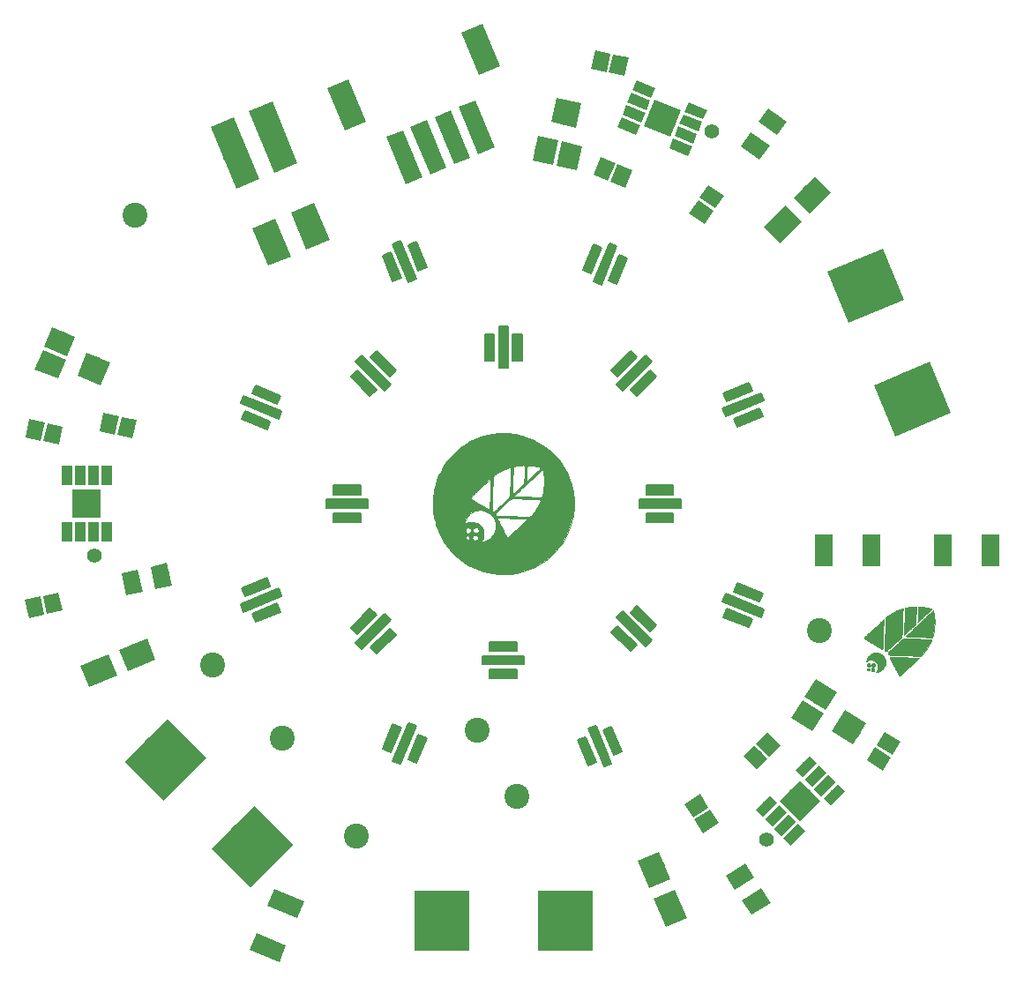
<source format=gbr>
G04 #@! TF.GenerationSoftware,KiCad,Pcbnew,(5.0.0-rc3-dev)*
G04 #@! TF.CreationDate,2018-07-06T19:52:13+00:00*
G04 #@! TF.ProjectId,Astroplant_LED,417374726F706C616E745F4C45442E6B,rev?*
G04 #@! TF.SameCoordinates,Original*
G04 #@! TF.FileFunction,Soldermask,Top*
G04 #@! TF.FilePolarity,Negative*
%FSLAX46Y46*%
G04 Gerber Fmt 4.6, Leading zero omitted, Abs format (unit mm)*
G04 Created by KiCad (PCBNEW (5.0.0-rc3-dev)) date Fri Jul  6 19:52:13 2018*
%MOMM*%
%LPD*%
G01*
G04 APERTURE LIST*
%ADD10C,0.150000*%
%ADD11C,0.010000*%
%ADD12C,2.000000*%
%ADD13C,0.100000*%
%ADD14C,2.400000*%
%ADD15C,1.400000*%
%ADD16C,1.000000*%
%ADD17C,2.750000*%
%ADD18R,1.000000X1.950000*%
%ADD19R,2.750000X2.750000*%
%ADD20C,1.520000*%
%ADD21C,5.300000*%
%ADD22C,2.200000*%
%ADD23C,1.620000*%
%ADD24R,5.300000X5.800000*%
%ADD25R,1.720000X3.100000*%
%ADD26C,1.720000*%
%ADD27C,1.700000*%
G04 APERTURE END LIST*
D10*
G04 #@! TO.C,D18*
G36*
X112782843Y-85944365D02*
X110944365Y-87782843D01*
X110343324Y-87181802D01*
X112181802Y-85343324D01*
X112782843Y-85944365D01*
G37*
X112782843Y-85944365D02*
X110944365Y-87782843D01*
X110343324Y-87181802D01*
X112181802Y-85343324D01*
X112782843Y-85944365D01*
G36*
X114197056Y-86368629D02*
X111403984Y-89161701D01*
X110838299Y-88596016D01*
X113631371Y-85802944D01*
X114197056Y-86368629D01*
G37*
X114197056Y-86368629D02*
X111403984Y-89161701D01*
X110838299Y-88596016D01*
X113631371Y-85802944D01*
X114197056Y-86368629D01*
G36*
X114656676Y-87818198D02*
X112818198Y-89656676D01*
X112217157Y-89055635D01*
X114055635Y-87217157D01*
X114656676Y-87818198D01*
G37*
X114656676Y-87818198D02*
X112818198Y-89656676D01*
X112217157Y-89055635D01*
X114055635Y-87217157D01*
X114656676Y-87818198D01*
G04 #@! TO.C,D19*
G36*
X114055635Y-112282843D02*
X112217157Y-110444365D01*
X112818198Y-109843324D01*
X114656676Y-111681802D01*
X114055635Y-112282843D01*
G37*
X114055635Y-112282843D02*
X112217157Y-110444365D01*
X112818198Y-109843324D01*
X114656676Y-111681802D01*
X114055635Y-112282843D01*
G36*
X113631371Y-113697056D02*
X110838299Y-110903984D01*
X111403984Y-110338299D01*
X114197056Y-113131371D01*
X113631371Y-113697056D01*
G37*
X113631371Y-113697056D02*
X110838299Y-110903984D01*
X111403984Y-110338299D01*
X114197056Y-113131371D01*
X113631371Y-113697056D01*
G36*
X112181802Y-114156676D02*
X110343324Y-112318198D01*
X110944365Y-111717157D01*
X112782843Y-113555635D01*
X112181802Y-114156676D01*
G37*
X112181802Y-114156676D02*
X110343324Y-112318198D01*
X110944365Y-111717157D01*
X112782843Y-113555635D01*
X112181802Y-114156676D01*
G04 #@! TO.C,D16*
G36*
X87217157Y-113805635D02*
X89055635Y-111967157D01*
X89656676Y-112568198D01*
X87818198Y-114406676D01*
X87217157Y-113805635D01*
G37*
X87217157Y-113805635D02*
X89055635Y-111967157D01*
X89656676Y-112568198D01*
X87818198Y-114406676D01*
X87217157Y-113805635D01*
G36*
X85802944Y-113381371D02*
X88596016Y-110588299D01*
X89161701Y-111153984D01*
X86368629Y-113947056D01*
X85802944Y-113381371D01*
G37*
X85802944Y-113381371D02*
X88596016Y-110588299D01*
X89161701Y-111153984D01*
X86368629Y-113947056D01*
X85802944Y-113381371D01*
G36*
X85343324Y-111931802D02*
X87181802Y-110093324D01*
X87782843Y-110694365D01*
X85944365Y-112532843D01*
X85343324Y-111931802D01*
G37*
X85343324Y-111931802D02*
X87181802Y-110093324D01*
X87782843Y-110694365D01*
X85944365Y-112532843D01*
X85343324Y-111931802D01*
G04 #@! TO.C,D14*
G36*
X99100000Y-83700000D02*
X99100000Y-86300000D01*
X98250000Y-86300000D01*
X98250000Y-83700000D01*
X99100000Y-83700000D01*
G37*
X99100000Y-83700000D02*
X99100000Y-86300000D01*
X98250000Y-86300000D01*
X98250000Y-83700000D01*
X99100000Y-83700000D01*
G36*
X100400000Y-83000000D02*
X100400000Y-86950000D01*
X99600000Y-86950000D01*
X99600000Y-83000000D01*
X100400000Y-83000000D01*
G37*
X100400000Y-83000000D02*
X100400000Y-86950000D01*
X99600000Y-86950000D01*
X99600000Y-83000000D01*
X100400000Y-83000000D01*
G36*
X101750000Y-83700000D02*
X101750000Y-86300000D01*
X100900000Y-86300000D01*
X100900000Y-83700000D01*
X101750000Y-83700000D01*
G37*
X101750000Y-83700000D02*
X101750000Y-86300000D01*
X100900000Y-86300000D01*
X100900000Y-83700000D01*
X101750000Y-83700000D01*
G04 #@! TO.C,D13*
G36*
X83700000Y-100900000D02*
X86300000Y-100900000D01*
X86300000Y-101750000D01*
X83700000Y-101750000D01*
X83700000Y-100900000D01*
G37*
X83700000Y-100900000D02*
X86300000Y-100900000D01*
X86300000Y-101750000D01*
X83700000Y-101750000D01*
X83700000Y-100900000D01*
G36*
X83000000Y-99600000D02*
X86950000Y-99600000D01*
X86950000Y-100400000D01*
X83000000Y-100400000D01*
X83000000Y-99600000D01*
G37*
X83000000Y-99600000D02*
X86950000Y-99600000D01*
X86950000Y-100400000D01*
X83000000Y-100400000D01*
X83000000Y-99600000D01*
G36*
X83700000Y-98250000D02*
X86300000Y-98250000D01*
X86300000Y-99100000D01*
X83700000Y-99100000D01*
X83700000Y-98250000D01*
G37*
X83700000Y-98250000D02*
X86300000Y-98250000D01*
X86300000Y-99100000D01*
X83700000Y-99100000D01*
X83700000Y-98250000D01*
G04 #@! TO.C,D9*
G36*
X110578980Y-124106628D02*
X109584003Y-121704542D01*
X110369301Y-121379261D01*
X111364278Y-123781347D01*
X110578980Y-124106628D01*
G37*
X110578980Y-124106628D02*
X109584003Y-121704542D01*
X110369301Y-121379261D01*
X111364278Y-123781347D01*
X110578980Y-124106628D01*
G36*
X109645815Y-125250832D02*
X108134215Y-121601508D01*
X108873319Y-121295362D01*
X110384919Y-124944686D01*
X109645815Y-125250832D01*
G37*
X109645815Y-125250832D02*
X108134215Y-121601508D01*
X108873319Y-121295362D01*
X110384919Y-124944686D01*
X109645815Y-125250832D01*
G36*
X108130699Y-125120739D02*
X107135722Y-122718653D01*
X107921020Y-122393372D01*
X108915997Y-124795458D01*
X108130699Y-125120739D01*
G37*
X108130699Y-125120739D02*
X107135722Y-122718653D01*
X107921020Y-122393372D01*
X108915997Y-124795458D01*
X108130699Y-125120739D01*
G04 #@! TO.C,D8*
G36*
X124545458Y-109415997D02*
X122143372Y-108421020D01*
X122468653Y-107635722D01*
X124870739Y-108630699D01*
X124545458Y-109415997D01*
G37*
X124545458Y-109415997D02*
X122143372Y-108421020D01*
X122468653Y-107635722D01*
X124870739Y-108630699D01*
X124545458Y-109415997D01*
G36*
X124694686Y-110884919D02*
X121045362Y-109373319D01*
X121351508Y-108634215D01*
X125000832Y-110145815D01*
X124694686Y-110884919D01*
G37*
X124694686Y-110884919D02*
X121045362Y-109373319D01*
X121351508Y-108634215D01*
X125000832Y-110145815D01*
X124694686Y-110884919D01*
G36*
X123531347Y-111864278D02*
X121129261Y-110869301D01*
X121454542Y-110084003D01*
X123856628Y-111078980D01*
X123531347Y-111864278D01*
G37*
X123531347Y-111864278D02*
X121129261Y-110869301D01*
X121454542Y-110084003D01*
X123856628Y-111078980D01*
X123531347Y-111864278D01*
G04 #@! TO.C,D7*
G36*
X123856628Y-89171020D02*
X121454542Y-90165997D01*
X121129261Y-89380699D01*
X123531347Y-88385722D01*
X123856628Y-89171020D01*
G37*
X123856628Y-89171020D02*
X121454542Y-90165997D01*
X121129261Y-89380699D01*
X123531347Y-88385722D01*
X123856628Y-89171020D01*
G36*
X125000832Y-90104185D02*
X121351508Y-91615785D01*
X121045362Y-90876681D01*
X124694686Y-89365081D01*
X125000832Y-90104185D01*
G37*
X125000832Y-90104185D02*
X121351508Y-91615785D01*
X121045362Y-90876681D01*
X124694686Y-89365081D01*
X125000832Y-90104185D01*
G36*
X124870739Y-91619301D02*
X122468653Y-92614278D01*
X122143372Y-91828980D01*
X124545458Y-90834003D01*
X124870739Y-91619301D01*
G37*
X124870739Y-91619301D02*
X122468653Y-92614278D01*
X122143372Y-91828980D01*
X124545458Y-90834003D01*
X124870739Y-91619301D01*
G04 #@! TO.C,D6*
G36*
X109415997Y-75454542D02*
X108421020Y-77856628D01*
X107635722Y-77531347D01*
X108630699Y-75129261D01*
X109415997Y-75454542D01*
G37*
X109415997Y-75454542D02*
X108421020Y-77856628D01*
X107635722Y-77531347D01*
X108630699Y-75129261D01*
X109415997Y-75454542D01*
G36*
X110884919Y-75305314D02*
X109373319Y-78954638D01*
X108634215Y-78648492D01*
X110145815Y-74999168D01*
X110884919Y-75305314D01*
G37*
X110884919Y-75305314D02*
X109373319Y-78954638D01*
X108634215Y-78648492D01*
X110145815Y-74999168D01*
X110884919Y-75305314D01*
G36*
X111864278Y-76468653D02*
X110869301Y-78870739D01*
X110084003Y-78545458D01*
X111078980Y-76143372D01*
X111864278Y-76468653D01*
G37*
X111864278Y-76468653D02*
X110869301Y-78870739D01*
X110084003Y-78545458D01*
X111078980Y-76143372D01*
X111864278Y-76468653D01*
G04 #@! TO.C,D5*
G36*
X89171020Y-75893372D02*
X90165997Y-78295458D01*
X89380699Y-78620739D01*
X88385722Y-76218653D01*
X89171020Y-75893372D01*
G37*
X89171020Y-75893372D02*
X90165997Y-78295458D01*
X89380699Y-78620739D01*
X88385722Y-76218653D01*
X89171020Y-75893372D01*
G36*
X90104185Y-74749168D02*
X91615785Y-78398492D01*
X90876681Y-78704638D01*
X89365081Y-75055314D01*
X90104185Y-74749168D01*
G37*
X90104185Y-74749168D02*
X91615785Y-78398492D01*
X90876681Y-78704638D01*
X89365081Y-75055314D01*
X90104185Y-74749168D01*
G36*
X91619301Y-74879261D02*
X92614278Y-77281347D01*
X91828980Y-77606628D01*
X90834003Y-75204542D01*
X91619301Y-74879261D01*
G37*
X91619301Y-74879261D02*
X92614278Y-77281347D01*
X91828980Y-77606628D01*
X90834003Y-75204542D01*
X91619301Y-74879261D01*
G04 #@! TO.C,D4*
G36*
X75204542Y-91084003D02*
X77606628Y-92078980D01*
X77281347Y-92864278D01*
X74879261Y-91869301D01*
X75204542Y-91084003D01*
G37*
X75204542Y-91084003D02*
X77606628Y-92078980D01*
X77281347Y-92864278D01*
X74879261Y-91869301D01*
X75204542Y-91084003D01*
G36*
X75055314Y-89615081D02*
X78704638Y-91126681D01*
X78398492Y-91865785D01*
X74749168Y-90354185D01*
X75055314Y-89615081D01*
G37*
X75055314Y-89615081D02*
X78704638Y-91126681D01*
X78398492Y-91865785D01*
X74749168Y-90354185D01*
X75055314Y-89615081D01*
G36*
X76218653Y-88635722D02*
X78620739Y-89630699D01*
X78295458Y-90415997D01*
X75893372Y-89421020D01*
X76218653Y-88635722D01*
G37*
X76218653Y-88635722D02*
X78620739Y-89630699D01*
X78295458Y-90415997D01*
X75893372Y-89421020D01*
X76218653Y-88635722D01*
G04 #@! TO.C,D3*
G36*
X75893372Y-110578980D02*
X78295458Y-109584003D01*
X78620739Y-110369301D01*
X76218653Y-111364278D01*
X75893372Y-110578980D01*
G37*
X75893372Y-110578980D02*
X78295458Y-109584003D01*
X78620739Y-110369301D01*
X76218653Y-111364278D01*
X75893372Y-110578980D01*
G36*
X74749168Y-109645815D02*
X78398492Y-108134215D01*
X78704638Y-108873319D01*
X75055314Y-110384919D01*
X74749168Y-109645815D01*
G37*
X74749168Y-109645815D02*
X78398492Y-108134215D01*
X78704638Y-108873319D01*
X75055314Y-110384919D01*
X74749168Y-109645815D01*
G36*
X74879261Y-108130699D02*
X77281347Y-107135722D01*
X77606628Y-107921020D01*
X75204542Y-108915997D01*
X74879261Y-108130699D01*
G37*
X74879261Y-108130699D02*
X77281347Y-107135722D01*
X77606628Y-107921020D01*
X75204542Y-108915997D01*
X74879261Y-108130699D01*
G04 #@! TO.C,D2*
G36*
X90834003Y-124545458D02*
X91828980Y-122143372D01*
X92614278Y-122468653D01*
X91619301Y-124870739D01*
X90834003Y-124545458D01*
G37*
X90834003Y-124545458D02*
X91828980Y-122143372D01*
X92614278Y-122468653D01*
X91619301Y-124870739D01*
X90834003Y-124545458D01*
G36*
X89365081Y-124694686D02*
X90876681Y-121045362D01*
X91615785Y-121351508D01*
X90104185Y-125000832D01*
X89365081Y-124694686D01*
G37*
X89365081Y-124694686D02*
X90876681Y-121045362D01*
X91615785Y-121351508D01*
X90104185Y-125000832D01*
X89365081Y-124694686D01*
G36*
X88385722Y-123531347D02*
X89380699Y-121129261D01*
X90165997Y-121454542D01*
X89171020Y-123856628D01*
X88385722Y-123531347D01*
G37*
X88385722Y-123531347D02*
X89380699Y-121129261D01*
X90165997Y-121454542D01*
X89171020Y-123856628D01*
X88385722Y-123531347D01*
G04 #@! TO.C,D15*
G36*
X116300000Y-99100000D02*
X113700000Y-99100000D01*
X113700000Y-98250000D01*
X116300000Y-98250000D01*
X116300000Y-99100000D01*
G37*
X116300000Y-99100000D02*
X113700000Y-99100000D01*
X113700000Y-98250000D01*
X116300000Y-98250000D01*
X116300000Y-99100000D01*
G36*
X117000000Y-100400000D02*
X113050000Y-100400000D01*
X113050000Y-99600000D01*
X117000000Y-99600000D01*
X117000000Y-100400000D01*
G37*
X117000000Y-100400000D02*
X113050000Y-100400000D01*
X113050000Y-99600000D01*
X117000000Y-99600000D01*
X117000000Y-100400000D01*
G36*
X116300000Y-101750000D02*
X113700000Y-101750000D01*
X113700000Y-100900000D01*
X116300000Y-100900000D01*
X116300000Y-101750000D01*
G37*
X116300000Y-101750000D02*
X113700000Y-101750000D01*
X113700000Y-100900000D01*
X116300000Y-100900000D01*
X116300000Y-101750000D01*
G04 #@! TO.C,D17*
G36*
X85944365Y-87217157D02*
X87782843Y-89055635D01*
X87181802Y-89656676D01*
X85343324Y-87818198D01*
X85944365Y-87217157D01*
G37*
X85944365Y-87217157D02*
X87782843Y-89055635D01*
X87181802Y-89656676D01*
X85343324Y-87818198D01*
X85944365Y-87217157D01*
G36*
X86368629Y-85802944D02*
X89161701Y-88596016D01*
X88596016Y-89161701D01*
X85802944Y-86368629D01*
X86368629Y-85802944D01*
G37*
X86368629Y-85802944D02*
X89161701Y-88596016D01*
X88596016Y-89161701D01*
X85802944Y-86368629D01*
X86368629Y-85802944D01*
G36*
X87818198Y-85343324D02*
X89656676Y-87181802D01*
X89055635Y-87782843D01*
X87217157Y-85944365D01*
X87818198Y-85343324D01*
G37*
X87818198Y-85343324D02*
X89656676Y-87181802D01*
X89055635Y-87782843D01*
X87217157Y-85944365D01*
X87818198Y-85343324D01*
G04 #@! TO.C,D12*
G36*
X98700000Y-115900000D02*
X101300000Y-115900000D01*
X101300000Y-116750000D01*
X98700000Y-116750000D01*
X98700000Y-115900000D01*
G37*
X98700000Y-115900000D02*
X101300000Y-115900000D01*
X101300000Y-116750000D01*
X98700000Y-116750000D01*
X98700000Y-115900000D01*
G36*
X98000000Y-114600000D02*
X101950000Y-114600000D01*
X101950000Y-115400000D01*
X98000000Y-115400000D01*
X98000000Y-114600000D01*
G37*
X98000000Y-114600000D02*
X101950000Y-114600000D01*
X101950000Y-115400000D01*
X98000000Y-115400000D01*
X98000000Y-114600000D01*
G36*
X98700000Y-113250000D02*
X101300000Y-113250000D01*
X101300000Y-114100000D01*
X98700000Y-114100000D01*
X98700000Y-113250000D01*
G37*
X98700000Y-113250000D02*
X101300000Y-113250000D01*
X101300000Y-114100000D01*
X98700000Y-114100000D01*
X98700000Y-113250000D01*
D11*
G04 #@! TO.C,G\002A\002A\002A*
G36*
X135521356Y-115753361D02*
X135560337Y-115776883D01*
X135571861Y-115788092D01*
X135597332Y-115827745D01*
X135610274Y-115873606D01*
X135611109Y-115921779D01*
X135600260Y-115968368D01*
X135578150Y-116009479D01*
X135545200Y-116041214D01*
X135544345Y-116041785D01*
X135507690Y-116058604D01*
X135463974Y-116067729D01*
X135419934Y-116068463D01*
X135382309Y-116060108D01*
X135379409Y-116058860D01*
X135340166Y-116032351D01*
X135310592Y-115994961D01*
X135291704Y-115950364D01*
X135284516Y-115902232D01*
X135290043Y-115854240D01*
X135309301Y-115810060D01*
X135310252Y-115808604D01*
X135341594Y-115775530D01*
X135382286Y-115753162D01*
X135428419Y-115741807D01*
X135476079Y-115741771D01*
X135521356Y-115753361D01*
X135521356Y-115753361D01*
G37*
X135521356Y-115753361D02*
X135560337Y-115776883D01*
X135571861Y-115788092D01*
X135597332Y-115827745D01*
X135610274Y-115873606D01*
X135611109Y-115921779D01*
X135600260Y-115968368D01*
X135578150Y-116009479D01*
X135545200Y-116041214D01*
X135544345Y-116041785D01*
X135507690Y-116058604D01*
X135463974Y-116067729D01*
X135419934Y-116068463D01*
X135382309Y-116060108D01*
X135379409Y-116058860D01*
X135340166Y-116032351D01*
X135310592Y-115994961D01*
X135291704Y-115950364D01*
X135284516Y-115902232D01*
X135290043Y-115854240D01*
X135309301Y-115810060D01*
X135310252Y-115808604D01*
X135341594Y-115775530D01*
X135382286Y-115753162D01*
X135428419Y-115741807D01*
X135476079Y-115741771D01*
X135521356Y-115753361D01*
G36*
X135043162Y-115785235D02*
X135073454Y-115794978D01*
X135107142Y-115819834D01*
X135130425Y-115855522D01*
X135140788Y-115897888D01*
X135141089Y-115906590D01*
X135133430Y-115946996D01*
X135112655Y-115981198D01*
X135082068Y-116006744D01*
X135044971Y-116021185D01*
X135004668Y-116022068D01*
X134990100Y-116018624D01*
X134960375Y-116005938D01*
X134937821Y-115986444D01*
X134919237Y-115959984D01*
X134904575Y-115922108D01*
X134904459Y-115884517D01*
X134916633Y-115849622D01*
X134938845Y-115819835D01*
X134968839Y-115797566D01*
X135004363Y-115785229D01*
X135043162Y-115785235D01*
X135043162Y-115785235D01*
G37*
X135043162Y-115785235D02*
X135073454Y-115794978D01*
X135107142Y-115819834D01*
X135130425Y-115855522D01*
X135140788Y-115897888D01*
X135141089Y-115906590D01*
X135133430Y-115946996D01*
X135112655Y-115981198D01*
X135082068Y-116006744D01*
X135044971Y-116021185D01*
X135004668Y-116022068D01*
X134990100Y-116018624D01*
X134960375Y-116005938D01*
X134937821Y-115986444D01*
X134919237Y-115959984D01*
X134904575Y-115922108D01*
X134904459Y-115884517D01*
X134916633Y-115849622D01*
X134938845Y-115819835D01*
X134968839Y-115797566D01*
X135004363Y-115785229D01*
X135043162Y-115785235D01*
G36*
X138326719Y-110267510D02*
X138325080Y-110328991D01*
X138323098Y-110403368D01*
X138320879Y-110486607D01*
X138318531Y-110574678D01*
X138316162Y-110663548D01*
X138313879Y-110749186D01*
X138312871Y-110787000D01*
X138308605Y-110941772D01*
X138304080Y-111096207D01*
X138299337Y-111249287D01*
X138294420Y-111399996D01*
X138289370Y-111547316D01*
X138284232Y-111690231D01*
X138279047Y-111827723D01*
X138273859Y-111958777D01*
X138268710Y-112082374D01*
X138263642Y-112197498D01*
X138258699Y-112303133D01*
X138253923Y-112398260D01*
X138249357Y-112481864D01*
X138245044Y-112552927D01*
X138241026Y-112610432D01*
X138237346Y-112653363D01*
X138234047Y-112680702D01*
X138233097Y-112685908D01*
X138212867Y-112752208D01*
X138180525Y-112813529D01*
X138133956Y-112873769D01*
X138127000Y-112881449D01*
X138115242Y-112893245D01*
X138092017Y-112915632D01*
X138058293Y-112947708D01*
X138015039Y-112988571D01*
X137963223Y-113037319D01*
X137903814Y-113093048D01*
X137837779Y-113154857D01*
X137766088Y-113221843D01*
X137689709Y-113293105D01*
X137609609Y-113367739D01*
X137526758Y-113444843D01*
X137442124Y-113523516D01*
X137356675Y-113602855D01*
X137271379Y-113681958D01*
X137187205Y-113759921D01*
X137105122Y-113835844D01*
X137026096Y-113908823D01*
X136951098Y-113977957D01*
X136882387Y-114041156D01*
X136850448Y-114068795D01*
X136817832Y-114094201D01*
X136789665Y-114113487D01*
X136779145Y-114119472D01*
X136731816Y-114136265D01*
X136685317Y-114139524D01*
X136643448Y-114129225D01*
X136627536Y-114120434D01*
X136606119Y-114102444D01*
X136590264Y-114082966D01*
X136588473Y-114079668D01*
X136587239Y-114073952D01*
X136586331Y-114062159D01*
X136585766Y-114043641D01*
X136585562Y-114017751D01*
X136585735Y-113983841D01*
X136586303Y-113941265D01*
X136587282Y-113889374D01*
X136588691Y-113827522D01*
X136590545Y-113755062D01*
X136592862Y-113671346D01*
X136595660Y-113575727D01*
X136598955Y-113467557D01*
X136602764Y-113346190D01*
X136607105Y-113210978D01*
X136611994Y-113061274D01*
X136617450Y-112896430D01*
X136623488Y-112715800D01*
X136628440Y-112568684D01*
X136633824Y-112410338D01*
X136639150Y-112256062D01*
X136644384Y-112106750D01*
X136649491Y-111963300D01*
X136654438Y-111826606D01*
X136659188Y-111697564D01*
X136663709Y-111577070D01*
X136667965Y-111466019D01*
X136671922Y-111365306D01*
X136675546Y-111275828D01*
X136678801Y-111198480D01*
X136681654Y-111134157D01*
X136684071Y-111083755D01*
X136686016Y-111048170D01*
X136687455Y-111028297D01*
X136687836Y-111025199D01*
X136699460Y-110974008D01*
X136716894Y-110929325D01*
X136742127Y-110888432D01*
X136777147Y-110848606D01*
X136823945Y-110807127D01*
X136876565Y-110767013D01*
X137085247Y-110624622D01*
X137306169Y-110491300D01*
X137536424Y-110368550D01*
X137773103Y-110257875D01*
X138013296Y-110160779D01*
X138130224Y-110119013D01*
X138178924Y-110102569D01*
X138223985Y-110087711D01*
X138262186Y-110075474D01*
X138290306Y-110066893D01*
X138303748Y-110063274D01*
X138332329Y-110057054D01*
X138326719Y-110267510D01*
X138326719Y-110267510D01*
G37*
X138326719Y-110267510D02*
X138325080Y-110328991D01*
X138323098Y-110403368D01*
X138320879Y-110486607D01*
X138318531Y-110574678D01*
X138316162Y-110663548D01*
X138313879Y-110749186D01*
X138312871Y-110787000D01*
X138308605Y-110941772D01*
X138304080Y-111096207D01*
X138299337Y-111249287D01*
X138294420Y-111399996D01*
X138289370Y-111547316D01*
X138284232Y-111690231D01*
X138279047Y-111827723D01*
X138273859Y-111958777D01*
X138268710Y-112082374D01*
X138263642Y-112197498D01*
X138258699Y-112303133D01*
X138253923Y-112398260D01*
X138249357Y-112481864D01*
X138245044Y-112552927D01*
X138241026Y-112610432D01*
X138237346Y-112653363D01*
X138234047Y-112680702D01*
X138233097Y-112685908D01*
X138212867Y-112752208D01*
X138180525Y-112813529D01*
X138133956Y-112873769D01*
X138127000Y-112881449D01*
X138115242Y-112893245D01*
X138092017Y-112915632D01*
X138058293Y-112947708D01*
X138015039Y-112988571D01*
X137963223Y-113037319D01*
X137903814Y-113093048D01*
X137837779Y-113154857D01*
X137766088Y-113221843D01*
X137689709Y-113293105D01*
X137609609Y-113367739D01*
X137526758Y-113444843D01*
X137442124Y-113523516D01*
X137356675Y-113602855D01*
X137271379Y-113681958D01*
X137187205Y-113759921D01*
X137105122Y-113835844D01*
X137026096Y-113908823D01*
X136951098Y-113977957D01*
X136882387Y-114041156D01*
X136850448Y-114068795D01*
X136817832Y-114094201D01*
X136789665Y-114113487D01*
X136779145Y-114119472D01*
X136731816Y-114136265D01*
X136685317Y-114139524D01*
X136643448Y-114129225D01*
X136627536Y-114120434D01*
X136606119Y-114102444D01*
X136590264Y-114082966D01*
X136588473Y-114079668D01*
X136587239Y-114073952D01*
X136586331Y-114062159D01*
X136585766Y-114043641D01*
X136585562Y-114017751D01*
X136585735Y-113983841D01*
X136586303Y-113941265D01*
X136587282Y-113889374D01*
X136588691Y-113827522D01*
X136590545Y-113755062D01*
X136592862Y-113671346D01*
X136595660Y-113575727D01*
X136598955Y-113467557D01*
X136602764Y-113346190D01*
X136607105Y-113210978D01*
X136611994Y-113061274D01*
X136617450Y-112896430D01*
X136623488Y-112715800D01*
X136628440Y-112568684D01*
X136633824Y-112410338D01*
X136639150Y-112256062D01*
X136644384Y-112106750D01*
X136649491Y-111963300D01*
X136654438Y-111826606D01*
X136659188Y-111697564D01*
X136663709Y-111577070D01*
X136667965Y-111466019D01*
X136671922Y-111365306D01*
X136675546Y-111275828D01*
X136678801Y-111198480D01*
X136681654Y-111134157D01*
X136684071Y-111083755D01*
X136686016Y-111048170D01*
X136687455Y-111028297D01*
X136687836Y-111025199D01*
X136699460Y-110974008D01*
X136716894Y-110929325D01*
X136742127Y-110888432D01*
X136777147Y-110848606D01*
X136823945Y-110807127D01*
X136876565Y-110767013D01*
X137085247Y-110624622D01*
X137306169Y-110491300D01*
X137536424Y-110368550D01*
X137773103Y-110257875D01*
X138013296Y-110160779D01*
X138130224Y-110119013D01*
X138178924Y-110102569D01*
X138223985Y-110087711D01*
X138262186Y-110075474D01*
X138290306Y-110066893D01*
X138303748Y-110063274D01*
X138332329Y-110057054D01*
X138326719Y-110267510D01*
G36*
X136472385Y-111333100D02*
X136466582Y-111559946D01*
X136460288Y-111790630D01*
X136453574Y-112023001D01*
X136446511Y-112254912D01*
X136439171Y-112484212D01*
X136431627Y-112708753D01*
X136423949Y-112926386D01*
X136416209Y-113134960D01*
X136408478Y-113332328D01*
X136400829Y-113516339D01*
X136395832Y-113630059D01*
X136392257Y-113706709D01*
X136389051Y-113768320D01*
X136386041Y-113816779D01*
X136383054Y-113853972D01*
X136379915Y-113881786D01*
X136376452Y-113902105D01*
X136372490Y-113916818D01*
X136368568Y-113926392D01*
X136353496Y-113948922D01*
X136337588Y-113959217D01*
X136336300Y-113959402D01*
X136326882Y-113955308D01*
X136303871Y-113942920D01*
X136268137Y-113922749D01*
X136220548Y-113895311D01*
X136161975Y-113861119D01*
X136093286Y-113820687D01*
X136015351Y-113774527D01*
X135929038Y-113723155D01*
X135835218Y-113667084D01*
X135734758Y-113606826D01*
X135628529Y-113542897D01*
X135517400Y-113475810D01*
X135490029Y-113459256D01*
X135381129Y-113393304D01*
X135275998Y-113329510D01*
X135175578Y-113268454D01*
X135080812Y-113210714D01*
X134992643Y-113156867D01*
X134912011Y-113107492D01*
X134839861Y-113063168D01*
X134777134Y-113024472D01*
X134724773Y-112991984D01*
X134683721Y-112966282D01*
X134654919Y-112947944D01*
X134639311Y-112937548D01*
X134637012Y-112935779D01*
X134622351Y-112919504D01*
X134615314Y-112901386D01*
X134613350Y-112874366D01*
X134613334Y-112870282D01*
X134614468Y-112844304D01*
X134619874Y-112825659D01*
X134632552Y-112807632D01*
X134649317Y-112789785D01*
X134658395Y-112781132D01*
X134679069Y-112761811D01*
X134710473Y-112732616D01*
X134751743Y-112694346D01*
X134802015Y-112647799D01*
X134860424Y-112593770D01*
X134926104Y-112533057D01*
X134998193Y-112466457D01*
X135075824Y-112394768D01*
X135158133Y-112318787D01*
X135244256Y-112239310D01*
X135333328Y-112157135D01*
X135424484Y-112073059D01*
X135516860Y-111987879D01*
X135609591Y-111902392D01*
X135701812Y-111817396D01*
X135792660Y-111733688D01*
X135881268Y-111652064D01*
X135966773Y-111573322D01*
X136048310Y-111498259D01*
X136125014Y-111427673D01*
X136196020Y-111362359D01*
X136260465Y-111303117D01*
X136317483Y-111250741D01*
X136366209Y-111206031D01*
X136405780Y-111169783D01*
X136435330Y-111142793D01*
X136453995Y-111125860D01*
X136457963Y-111122309D01*
X136478026Y-111104500D01*
X136472385Y-111333100D01*
X136472385Y-111333100D01*
G37*
X136472385Y-111333100D02*
X136466582Y-111559946D01*
X136460288Y-111790630D01*
X136453574Y-112023001D01*
X136446511Y-112254912D01*
X136439171Y-112484212D01*
X136431627Y-112708753D01*
X136423949Y-112926386D01*
X136416209Y-113134960D01*
X136408478Y-113332328D01*
X136400829Y-113516339D01*
X136395832Y-113630059D01*
X136392257Y-113706709D01*
X136389051Y-113768320D01*
X136386041Y-113816779D01*
X136383054Y-113853972D01*
X136379915Y-113881786D01*
X136376452Y-113902105D01*
X136372490Y-113916818D01*
X136368568Y-113926392D01*
X136353496Y-113948922D01*
X136337588Y-113959217D01*
X136336300Y-113959402D01*
X136326882Y-113955308D01*
X136303871Y-113942920D01*
X136268137Y-113922749D01*
X136220548Y-113895311D01*
X136161975Y-113861119D01*
X136093286Y-113820687D01*
X136015351Y-113774527D01*
X135929038Y-113723155D01*
X135835218Y-113667084D01*
X135734758Y-113606826D01*
X135628529Y-113542897D01*
X135517400Y-113475810D01*
X135490029Y-113459256D01*
X135381129Y-113393304D01*
X135275998Y-113329510D01*
X135175578Y-113268454D01*
X135080812Y-113210714D01*
X134992643Y-113156867D01*
X134912011Y-113107492D01*
X134839861Y-113063168D01*
X134777134Y-113024472D01*
X134724773Y-112991984D01*
X134683721Y-112966282D01*
X134654919Y-112947944D01*
X134639311Y-112937548D01*
X134637012Y-112935779D01*
X134622351Y-112919504D01*
X134615314Y-112901386D01*
X134613350Y-112874366D01*
X134613334Y-112870282D01*
X134614468Y-112844304D01*
X134619874Y-112825659D01*
X134632552Y-112807632D01*
X134649317Y-112789785D01*
X134658395Y-112781132D01*
X134679069Y-112761811D01*
X134710473Y-112732616D01*
X134751743Y-112694346D01*
X134802015Y-112647799D01*
X134860424Y-112593770D01*
X134926104Y-112533057D01*
X134998193Y-112466457D01*
X135075824Y-112394768D01*
X135158133Y-112318787D01*
X135244256Y-112239310D01*
X135333328Y-112157135D01*
X135424484Y-112073059D01*
X135516860Y-111987879D01*
X135609591Y-111902392D01*
X135701812Y-111817396D01*
X135792660Y-111733688D01*
X135881268Y-111652064D01*
X135966773Y-111573322D01*
X136048310Y-111498259D01*
X136125014Y-111427673D01*
X136196020Y-111362359D01*
X136260465Y-111303117D01*
X136317483Y-111250741D01*
X136366209Y-111206031D01*
X136405780Y-111169783D01*
X136435330Y-111142793D01*
X136453995Y-111125860D01*
X136457963Y-111122309D01*
X136478026Y-111104500D01*
X136472385Y-111333100D01*
G36*
X139500836Y-109874252D02*
X139539525Y-109877065D01*
X139567755Y-109882731D01*
X139587662Y-109891665D01*
X139601377Y-109904283D01*
X139610462Y-109919725D01*
X139612251Y-109926911D01*
X139613542Y-109940200D01*
X139614311Y-109960561D01*
X139614536Y-109988959D01*
X139614192Y-110026363D01*
X139613258Y-110073739D01*
X139611708Y-110132056D01*
X139609521Y-110202279D01*
X139606672Y-110285376D01*
X139603138Y-110382315D01*
X139598897Y-110494062D01*
X139593924Y-110621585D01*
X139592954Y-110646182D01*
X139588561Y-110756024D01*
X139584198Y-110862562D01*
X139579929Y-110964359D01*
X139575821Y-111059975D01*
X139571936Y-111147970D01*
X139568342Y-111226905D01*
X139565101Y-111295340D01*
X139562281Y-111351837D01*
X139559944Y-111394955D01*
X139558157Y-111423256D01*
X139557536Y-111430921D01*
X139550140Y-111488308D01*
X139539111Y-111533600D01*
X139522835Y-111571511D01*
X139499700Y-111606759D01*
X139495617Y-111612009D01*
X139486562Y-111621389D01*
X139466216Y-111641174D01*
X139435736Y-111670286D01*
X139396278Y-111707649D01*
X139349000Y-111752189D01*
X139295059Y-111802828D01*
X139235613Y-111858492D01*
X139171817Y-111918104D01*
X139104830Y-111980588D01*
X139035808Y-112044869D01*
X138965908Y-112109870D01*
X138896288Y-112174516D01*
X138828104Y-112237732D01*
X138762514Y-112298440D01*
X138700675Y-112355565D01*
X138643744Y-112408032D01*
X138592877Y-112454764D01*
X138549232Y-112494685D01*
X138513967Y-112526721D01*
X138488237Y-112549794D01*
X138473201Y-112562829D01*
X138471853Y-112563920D01*
X138461541Y-112570266D01*
X138457803Y-112564332D01*
X138457468Y-112551220D01*
X138457776Y-112540051D01*
X138458619Y-112512922D01*
X138459963Y-112470795D01*
X138461777Y-112414635D01*
X138464030Y-112345405D01*
X138466689Y-112264068D01*
X138469724Y-112171587D01*
X138473102Y-112068926D01*
X138476792Y-111957049D01*
X138480762Y-111836919D01*
X138484981Y-111709499D01*
X138489416Y-111575753D01*
X138494037Y-111436644D01*
X138498781Y-111294048D01*
X138504703Y-111117096D01*
X138510149Y-110956396D01*
X138515148Y-110811275D01*
X138519727Y-110681060D01*
X138523916Y-110565077D01*
X138527741Y-110462654D01*
X138531232Y-110373117D01*
X138534416Y-110295793D01*
X138537322Y-110230008D01*
X138539978Y-110175090D01*
X138542412Y-110130364D01*
X138544652Y-110095158D01*
X138546727Y-110068798D01*
X138548664Y-110050612D01*
X138550492Y-110039924D01*
X138551430Y-110037065D01*
X138562184Y-110019160D01*
X138577007Y-110003778D01*
X138597693Y-109990281D01*
X138626038Y-109978033D01*
X138663835Y-109966395D01*
X138712879Y-109954732D01*
X138774966Y-109942406D01*
X138851889Y-109928780D01*
X138860660Y-109927289D01*
X139083499Y-109896580D01*
X139314876Y-109878414D01*
X139383554Y-109875522D01*
X139449557Y-109873876D01*
X139500836Y-109874252D01*
X139500836Y-109874252D01*
G37*
X139500836Y-109874252D02*
X139539525Y-109877065D01*
X139567755Y-109882731D01*
X139587662Y-109891665D01*
X139601377Y-109904283D01*
X139610462Y-109919725D01*
X139612251Y-109926911D01*
X139613542Y-109940200D01*
X139614311Y-109960561D01*
X139614536Y-109988959D01*
X139614192Y-110026363D01*
X139613258Y-110073739D01*
X139611708Y-110132056D01*
X139609521Y-110202279D01*
X139606672Y-110285376D01*
X139603138Y-110382315D01*
X139598897Y-110494062D01*
X139593924Y-110621585D01*
X139592954Y-110646182D01*
X139588561Y-110756024D01*
X139584198Y-110862562D01*
X139579929Y-110964359D01*
X139575821Y-111059975D01*
X139571936Y-111147970D01*
X139568342Y-111226905D01*
X139565101Y-111295340D01*
X139562281Y-111351837D01*
X139559944Y-111394955D01*
X139558157Y-111423256D01*
X139557536Y-111430921D01*
X139550140Y-111488308D01*
X139539111Y-111533600D01*
X139522835Y-111571511D01*
X139499700Y-111606759D01*
X139495617Y-111612009D01*
X139486562Y-111621389D01*
X139466216Y-111641174D01*
X139435736Y-111670286D01*
X139396278Y-111707649D01*
X139349000Y-111752189D01*
X139295059Y-111802828D01*
X139235613Y-111858492D01*
X139171817Y-111918104D01*
X139104830Y-111980588D01*
X139035808Y-112044869D01*
X138965908Y-112109870D01*
X138896288Y-112174516D01*
X138828104Y-112237732D01*
X138762514Y-112298440D01*
X138700675Y-112355565D01*
X138643744Y-112408032D01*
X138592877Y-112454764D01*
X138549232Y-112494685D01*
X138513967Y-112526721D01*
X138488237Y-112549794D01*
X138473201Y-112562829D01*
X138471853Y-112563920D01*
X138461541Y-112570266D01*
X138457803Y-112564332D01*
X138457468Y-112551220D01*
X138457776Y-112540051D01*
X138458619Y-112512922D01*
X138459963Y-112470795D01*
X138461777Y-112414635D01*
X138464030Y-112345405D01*
X138466689Y-112264068D01*
X138469724Y-112171587D01*
X138473102Y-112068926D01*
X138476792Y-111957049D01*
X138480762Y-111836919D01*
X138484981Y-111709499D01*
X138489416Y-111575753D01*
X138494037Y-111436644D01*
X138498781Y-111294048D01*
X138504703Y-111117096D01*
X138510149Y-110956396D01*
X138515148Y-110811275D01*
X138519727Y-110681060D01*
X138523916Y-110565077D01*
X138527741Y-110462654D01*
X138531232Y-110373117D01*
X138534416Y-110295793D01*
X138537322Y-110230008D01*
X138539978Y-110175090D01*
X138542412Y-110130364D01*
X138544652Y-110095158D01*
X138546727Y-110068798D01*
X138548664Y-110050612D01*
X138550492Y-110039924D01*
X138551430Y-110037065D01*
X138562184Y-110019160D01*
X138577007Y-110003778D01*
X138597693Y-109990281D01*
X138626038Y-109978033D01*
X138663835Y-109966395D01*
X138712879Y-109954732D01*
X138774966Y-109942406D01*
X138851889Y-109928780D01*
X138860660Y-109927289D01*
X139083499Y-109896580D01*
X139314876Y-109878414D01*
X139383554Y-109875522D01*
X139449557Y-109873876D01*
X139500836Y-109874252D01*
G36*
X137246656Y-114708476D02*
X137320473Y-114709767D01*
X137406346Y-114711675D01*
X137503303Y-114714165D01*
X137610372Y-114717204D01*
X137726580Y-114720756D01*
X137850957Y-114724789D01*
X137982531Y-114729267D01*
X138120329Y-114734158D01*
X138263379Y-114739426D01*
X138410710Y-114745038D01*
X138561351Y-114750959D01*
X138714328Y-114757156D01*
X138868670Y-114763594D01*
X139023406Y-114770240D01*
X139177563Y-114777059D01*
X139330170Y-114784017D01*
X139480254Y-114791081D01*
X139626844Y-114798215D01*
X139684867Y-114801110D01*
X139739867Y-114804015D01*
X139788980Y-114806876D01*
X139829757Y-114809528D01*
X139859746Y-114811807D01*
X139876501Y-114813547D01*
X139879151Y-114814167D01*
X139880069Y-114814512D01*
X139881080Y-114814660D01*
X139881606Y-114815149D01*
X139881070Y-114816521D01*
X139878896Y-114819315D01*
X139874506Y-114824071D01*
X139867322Y-114831329D01*
X139856768Y-114841629D01*
X139842266Y-114855512D01*
X139823240Y-114873517D01*
X139799111Y-114896185D01*
X139769302Y-114924054D01*
X139733238Y-114957666D01*
X139690339Y-114997561D01*
X139640030Y-115044277D01*
X139581732Y-115098357D01*
X139514869Y-115160338D01*
X139438863Y-115230763D01*
X139353137Y-115310169D01*
X139257114Y-115399098D01*
X139150217Y-115498090D01*
X139031868Y-115607684D01*
X138944682Y-115688423D01*
X138821000Y-115802941D01*
X138709114Y-115906485D01*
X138608413Y-115999603D01*
X138518286Y-116082842D01*
X138438121Y-116156751D01*
X138367307Y-116221880D01*
X138305232Y-116278775D01*
X138251285Y-116327985D01*
X138204854Y-116370058D01*
X138165327Y-116405543D01*
X138132094Y-116434989D01*
X138104543Y-116458943D01*
X138082062Y-116477953D01*
X138064041Y-116492568D01*
X138049866Y-116503337D01*
X138038928Y-116510807D01*
X138030614Y-116515527D01*
X138024314Y-116518046D01*
X138019414Y-116518911D01*
X138018503Y-116518933D01*
X137993857Y-116514757D01*
X137972227Y-116499830D01*
X137964068Y-116491417D01*
X137956926Y-116480343D01*
X137942597Y-116455188D01*
X137921604Y-116416946D01*
X137894471Y-116366612D01*
X137861722Y-116305180D01*
X137823881Y-116233644D01*
X137781472Y-116152999D01*
X137735019Y-116064239D01*
X137685046Y-115968359D01*
X137632077Y-115866352D01*
X137576636Y-115759213D01*
X137519247Y-115647937D01*
X137503831Y-115617983D01*
X137430533Y-115475346D01*
X137364842Y-115347179D01*
X137306497Y-115232958D01*
X137255238Y-115132160D01*
X137210803Y-115044259D01*
X137172931Y-114968733D01*
X137141362Y-114905057D01*
X137115835Y-114852707D01*
X137096088Y-114811160D01*
X137081862Y-114779890D01*
X137072894Y-114758374D01*
X137068924Y-114746089D01*
X137068667Y-114743961D01*
X137071120Y-114723532D01*
X137081257Y-114713464D01*
X137091382Y-114710155D01*
X137107258Y-114708640D01*
X137139077Y-114707878D01*
X137185867Y-114707835D01*
X137246656Y-114708476D01*
X137246656Y-114708476D01*
G37*
X137246656Y-114708476D02*
X137320473Y-114709767D01*
X137406346Y-114711675D01*
X137503303Y-114714165D01*
X137610372Y-114717204D01*
X137726580Y-114720756D01*
X137850957Y-114724789D01*
X137982531Y-114729267D01*
X138120329Y-114734158D01*
X138263379Y-114739426D01*
X138410710Y-114745038D01*
X138561351Y-114750959D01*
X138714328Y-114757156D01*
X138868670Y-114763594D01*
X139023406Y-114770240D01*
X139177563Y-114777059D01*
X139330170Y-114784017D01*
X139480254Y-114791081D01*
X139626844Y-114798215D01*
X139684867Y-114801110D01*
X139739867Y-114804015D01*
X139788980Y-114806876D01*
X139829757Y-114809528D01*
X139859746Y-114811807D01*
X139876501Y-114813547D01*
X139879151Y-114814167D01*
X139880069Y-114814512D01*
X139881080Y-114814660D01*
X139881606Y-114815149D01*
X139881070Y-114816521D01*
X139878896Y-114819315D01*
X139874506Y-114824071D01*
X139867322Y-114831329D01*
X139856768Y-114841629D01*
X139842266Y-114855512D01*
X139823240Y-114873517D01*
X139799111Y-114896185D01*
X139769302Y-114924054D01*
X139733238Y-114957666D01*
X139690339Y-114997561D01*
X139640030Y-115044277D01*
X139581732Y-115098357D01*
X139514869Y-115160338D01*
X139438863Y-115230763D01*
X139353137Y-115310169D01*
X139257114Y-115399098D01*
X139150217Y-115498090D01*
X139031868Y-115607684D01*
X138944682Y-115688423D01*
X138821000Y-115802941D01*
X138709114Y-115906485D01*
X138608413Y-115999603D01*
X138518286Y-116082842D01*
X138438121Y-116156751D01*
X138367307Y-116221880D01*
X138305232Y-116278775D01*
X138251285Y-116327985D01*
X138204854Y-116370058D01*
X138165327Y-116405543D01*
X138132094Y-116434989D01*
X138104543Y-116458943D01*
X138082062Y-116477953D01*
X138064041Y-116492568D01*
X138049866Y-116503337D01*
X138038928Y-116510807D01*
X138030614Y-116515527D01*
X138024314Y-116518046D01*
X138019414Y-116518911D01*
X138018503Y-116518933D01*
X137993857Y-116514757D01*
X137972227Y-116499830D01*
X137964068Y-116491417D01*
X137956926Y-116480343D01*
X137942597Y-116455188D01*
X137921604Y-116416946D01*
X137894471Y-116366612D01*
X137861722Y-116305180D01*
X137823881Y-116233644D01*
X137781472Y-116152999D01*
X137735019Y-116064239D01*
X137685046Y-115968359D01*
X137632077Y-115866352D01*
X137576636Y-115759213D01*
X137519247Y-115647937D01*
X137503831Y-115617983D01*
X137430533Y-115475346D01*
X137364842Y-115347179D01*
X137306497Y-115232958D01*
X137255238Y-115132160D01*
X137210803Y-115044259D01*
X137172931Y-114968733D01*
X137141362Y-114905057D01*
X137115835Y-114852707D01*
X137096088Y-114811160D01*
X137081862Y-114779890D01*
X137072894Y-114758374D01*
X137068924Y-114746089D01*
X137068667Y-114743961D01*
X137071120Y-114723532D01*
X137081257Y-114713464D01*
X137091382Y-114710155D01*
X137107258Y-114708640D01*
X137139077Y-114707878D01*
X137185867Y-114707835D01*
X137246656Y-114708476D01*
G36*
X135846953Y-114293571D02*
X135961545Y-114315258D01*
X136073193Y-114352670D01*
X136180879Y-114405591D01*
X136283581Y-114473808D01*
X136380279Y-114557106D01*
X136407076Y-114584077D01*
X136490100Y-114681784D01*
X136557878Y-114785391D01*
X136610295Y-114893764D01*
X136647236Y-115005771D01*
X136668586Y-115120277D01*
X136674229Y-115236149D01*
X136664050Y-115352254D01*
X136637935Y-115467458D01*
X136595766Y-115580628D01*
X136537431Y-115690630D01*
X136522063Y-115714832D01*
X136487637Y-115761874D01*
X136443490Y-115814050D01*
X136393590Y-115867275D01*
X136341905Y-115917460D01*
X136292403Y-115960519D01*
X136259193Y-115985610D01*
X136186583Y-116030464D01*
X136106322Y-116070914D01*
X136024865Y-116103988D01*
X135957648Y-116124547D01*
X135914156Y-116134499D01*
X135872209Y-116142484D01*
X135834917Y-116148092D01*
X135805390Y-116150916D01*
X135786737Y-116150546D01*
X135781734Y-116147677D01*
X135786486Y-116138399D01*
X135798956Y-116119761D01*
X135816462Y-116095770D01*
X135816762Y-116095372D01*
X135859990Y-116028337D01*
X135897421Y-115950947D01*
X135926171Y-115869527D01*
X135934802Y-115836355D01*
X135942774Y-115798914D01*
X135947732Y-115766122D01*
X135950070Y-115732519D01*
X135950179Y-115692645D01*
X135948600Y-115644521D01*
X135944408Y-115576835D01*
X135937230Y-115520603D01*
X135925772Y-115470430D01*
X135908740Y-115420921D01*
X135884841Y-115366682D01*
X135879112Y-115354767D01*
X135827085Y-115265725D01*
X135763245Y-115188572D01*
X135687360Y-115123118D01*
X135599200Y-115069175D01*
X135498532Y-115026553D01*
X135463816Y-115015327D01*
X135430156Y-115005779D01*
X135400678Y-114999287D01*
X135370528Y-114995277D01*
X135334848Y-114993175D01*
X135288784Y-114992408D01*
X135269500Y-114992348D01*
X135214488Y-114992890D01*
X135171545Y-114994965D01*
X135135841Y-114999044D01*
X135102545Y-115005599D01*
X135083233Y-115010503D01*
X135012131Y-115034099D01*
X134942256Y-115065301D01*
X134879963Y-115101098D01*
X134855056Y-115118695D01*
X134813910Y-115150112D01*
X134819863Y-115091573D01*
X134833216Y-115017214D01*
X134857915Y-114936294D01*
X134892183Y-114852951D01*
X134934240Y-114771327D01*
X134982311Y-114695559D01*
X135000577Y-114670735D01*
X135063933Y-114597584D01*
X135138733Y-114526912D01*
X135220622Y-114462196D01*
X135305243Y-114406910D01*
X135379567Y-114368344D01*
X135495726Y-114324994D01*
X135613023Y-114298224D01*
X135730439Y-114287821D01*
X135846953Y-114293571D01*
X135846953Y-114293571D01*
G37*
X135846953Y-114293571D02*
X135961545Y-114315258D01*
X136073193Y-114352670D01*
X136180879Y-114405591D01*
X136283581Y-114473808D01*
X136380279Y-114557106D01*
X136407076Y-114584077D01*
X136490100Y-114681784D01*
X136557878Y-114785391D01*
X136610295Y-114893764D01*
X136647236Y-115005771D01*
X136668586Y-115120277D01*
X136674229Y-115236149D01*
X136664050Y-115352254D01*
X136637935Y-115467458D01*
X136595766Y-115580628D01*
X136537431Y-115690630D01*
X136522063Y-115714832D01*
X136487637Y-115761874D01*
X136443490Y-115814050D01*
X136393590Y-115867275D01*
X136341905Y-115917460D01*
X136292403Y-115960519D01*
X136259193Y-115985610D01*
X136186583Y-116030464D01*
X136106322Y-116070914D01*
X136024865Y-116103988D01*
X135957648Y-116124547D01*
X135914156Y-116134499D01*
X135872209Y-116142484D01*
X135834917Y-116148092D01*
X135805390Y-116150916D01*
X135786737Y-116150546D01*
X135781734Y-116147677D01*
X135786486Y-116138399D01*
X135798956Y-116119761D01*
X135816462Y-116095770D01*
X135816762Y-116095372D01*
X135859990Y-116028337D01*
X135897421Y-115950947D01*
X135926171Y-115869527D01*
X135934802Y-115836355D01*
X135942774Y-115798914D01*
X135947732Y-115766122D01*
X135950070Y-115732519D01*
X135950179Y-115692645D01*
X135948600Y-115644521D01*
X135944408Y-115576835D01*
X135937230Y-115520603D01*
X135925772Y-115470430D01*
X135908740Y-115420921D01*
X135884841Y-115366682D01*
X135879112Y-115354767D01*
X135827085Y-115265725D01*
X135763245Y-115188572D01*
X135687360Y-115123118D01*
X135599200Y-115069175D01*
X135498532Y-115026553D01*
X135463816Y-115015327D01*
X135430156Y-115005779D01*
X135400678Y-114999287D01*
X135370528Y-114995277D01*
X135334848Y-114993175D01*
X135288784Y-114992408D01*
X135269500Y-114992348D01*
X135214488Y-114992890D01*
X135171545Y-114994965D01*
X135135841Y-114999044D01*
X135102545Y-115005599D01*
X135083233Y-115010503D01*
X135012131Y-115034099D01*
X134942256Y-115065301D01*
X134879963Y-115101098D01*
X134855056Y-115118695D01*
X134813910Y-115150112D01*
X134819863Y-115091573D01*
X134833216Y-115017214D01*
X134857915Y-114936294D01*
X134892183Y-114852951D01*
X134934240Y-114771327D01*
X134982311Y-114695559D01*
X135000577Y-114670735D01*
X135063933Y-114597584D01*
X135138733Y-114526912D01*
X135220622Y-114462196D01*
X135305243Y-114406910D01*
X135379567Y-114368344D01*
X135495726Y-114324994D01*
X135613023Y-114298224D01*
X135730439Y-114287821D01*
X135846953Y-114293571D01*
G36*
X135079138Y-115320046D02*
X135117450Y-115332581D01*
X135160421Y-115360806D01*
X135191497Y-115399724D01*
X135209234Y-115446706D01*
X135212192Y-115499121D01*
X135211654Y-115504268D01*
X135198443Y-115555970D01*
X135172750Y-115596383D01*
X135135178Y-115624969D01*
X135086324Y-115641193D01*
X135054635Y-115644663D01*
X135013271Y-115644172D01*
X134983753Y-115638022D01*
X134973167Y-115633235D01*
X134930103Y-115602372D01*
X134901695Y-115564117D01*
X134886968Y-115516780D01*
X134884267Y-115479528D01*
X134891779Y-115428883D01*
X134912636Y-115385747D01*
X134944320Y-115351708D01*
X134984311Y-115328354D01*
X135030090Y-115317270D01*
X135079138Y-115320046D01*
X135079138Y-115320046D01*
G37*
X135079138Y-115320046D02*
X135117450Y-115332581D01*
X135160421Y-115360806D01*
X135191497Y-115399724D01*
X135209234Y-115446706D01*
X135212192Y-115499121D01*
X135211654Y-115504268D01*
X135198443Y-115555970D01*
X135172750Y-115596383D01*
X135135178Y-115624969D01*
X135086324Y-115641193D01*
X135054635Y-115644663D01*
X135013271Y-115644172D01*
X134983753Y-115638022D01*
X134973167Y-115633235D01*
X134930103Y-115602372D01*
X134901695Y-115564117D01*
X134886968Y-115516780D01*
X134884267Y-115479528D01*
X134891779Y-115428883D01*
X134912636Y-115385747D01*
X134944320Y-115351708D01*
X134984311Y-115328354D01*
X135030090Y-115317270D01*
X135079138Y-115320046D01*
G36*
X135558994Y-115307875D02*
X135596630Y-115326459D01*
X135597492Y-115327109D01*
X135630574Y-115361933D01*
X135652240Y-115404869D01*
X135662014Y-115452011D01*
X135659418Y-115499453D01*
X135643976Y-115543289D01*
X135626872Y-115567944D01*
X135589844Y-115599646D01*
X135546163Y-115620489D01*
X135500032Y-115629449D01*
X135455650Y-115625500D01*
X135430367Y-115615865D01*
X135384886Y-115583265D01*
X135353305Y-115541197D01*
X135336226Y-115490652D01*
X135333186Y-115455908D01*
X135341020Y-115407450D01*
X135363603Y-115364466D01*
X135398905Y-115330156D01*
X135421362Y-115316927D01*
X135465839Y-115302790D01*
X135513557Y-115299879D01*
X135558994Y-115307875D01*
X135558994Y-115307875D01*
G37*
X135558994Y-115307875D02*
X135596630Y-115326459D01*
X135597492Y-115327109D01*
X135630574Y-115361933D01*
X135652240Y-115404869D01*
X135662014Y-115452011D01*
X135659418Y-115499453D01*
X135643976Y-115543289D01*
X135626872Y-115567944D01*
X135589844Y-115599646D01*
X135546163Y-115620489D01*
X135500032Y-115629449D01*
X135455650Y-115625500D01*
X135430367Y-115615865D01*
X135384886Y-115583265D01*
X135353305Y-115541197D01*
X135336226Y-115490652D01*
X135333186Y-115455908D01*
X135341020Y-115407450D01*
X135363603Y-115364466D01*
X135398905Y-115330156D01*
X135421362Y-115316927D01*
X135465839Y-115302790D01*
X135513557Y-115299879D01*
X135558994Y-115307875D01*
G36*
X138557683Y-112929095D02*
X138616786Y-112930331D01*
X138687892Y-112932147D01*
X138769858Y-112934498D01*
X138861540Y-112937338D01*
X138961796Y-112940622D01*
X139069482Y-112944304D01*
X139183455Y-112948338D01*
X139302571Y-112952678D01*
X139425689Y-112957279D01*
X139551664Y-112962096D01*
X139679353Y-112967082D01*
X139807614Y-112972191D01*
X139935302Y-112977379D01*
X140061276Y-112982599D01*
X140184391Y-112987806D01*
X140303504Y-112992954D01*
X140417473Y-112997997D01*
X140525154Y-113002890D01*
X140625404Y-113007588D01*
X140717079Y-113012043D01*
X140799037Y-113016211D01*
X140870135Y-113020047D01*
X140929229Y-113023503D01*
X140975176Y-113026535D01*
X141006833Y-113029097D01*
X141023056Y-113031144D01*
X141024754Y-113031656D01*
X141044173Y-113044892D01*
X141053608Y-113061870D01*
X141056313Y-113088773D01*
X141056337Y-113091672D01*
X141052346Y-113115730D01*
X141040789Y-113152680D01*
X141022505Y-113200715D01*
X140998333Y-113258025D01*
X140969111Y-113322803D01*
X140935677Y-113393239D01*
X140898869Y-113467525D01*
X140859526Y-113543854D01*
X140818485Y-113620415D01*
X140776586Y-113695402D01*
X140776080Y-113696287D01*
X140639585Y-113920265D01*
X140489023Y-114139007D01*
X140323107Y-114354362D01*
X140288886Y-114396082D01*
X140239305Y-114455161D01*
X140197597Y-114502181D01*
X140161353Y-114538537D01*
X140128164Y-114565621D01*
X140095620Y-114584830D01*
X140061312Y-114597556D01*
X140022830Y-114605194D01*
X139977765Y-114609139D01*
X139923707Y-114610784D01*
X139917700Y-114610876D01*
X139895152Y-114610751D01*
X139856682Y-114609986D01*
X139803288Y-114608616D01*
X139735967Y-114606674D01*
X139655717Y-114604194D01*
X139563536Y-114601211D01*
X139460422Y-114597760D01*
X139347373Y-114593873D01*
X139225386Y-114589585D01*
X139095459Y-114584932D01*
X138958589Y-114579945D01*
X138815776Y-114574661D01*
X138668016Y-114569113D01*
X138516307Y-114563335D01*
X138408156Y-114559166D01*
X138256039Y-114553246D01*
X138108236Y-114547440D01*
X137965657Y-114541786D01*
X137829217Y-114536323D01*
X137699827Y-114531087D01*
X137578400Y-114526119D01*
X137465849Y-114521456D01*
X137363087Y-114517136D01*
X137271025Y-114513198D01*
X137190577Y-114509680D01*
X137122656Y-114506621D01*
X137068173Y-114504058D01*
X137028041Y-114502030D01*
X137003173Y-114500576D01*
X136994825Y-114499840D01*
X136965962Y-114488495D01*
X136937827Y-114467810D01*
X136935919Y-114465946D01*
X136919186Y-114447148D01*
X136910804Y-114429500D01*
X136907990Y-114405618D01*
X136907800Y-114391273D01*
X136914834Y-114343882D01*
X136934565Y-114292825D01*
X136964942Y-114242750D01*
X136983854Y-114219106D01*
X136993021Y-114209907D01*
X137013540Y-114190121D01*
X137044383Y-114160714D01*
X137084521Y-114122648D01*
X137132925Y-114076890D01*
X137188566Y-114024402D01*
X137250415Y-113966151D01*
X137317443Y-113903099D01*
X137388622Y-113836212D01*
X137462921Y-113766454D01*
X137539312Y-113694789D01*
X137616767Y-113622183D01*
X137694256Y-113549599D01*
X137770750Y-113478002D01*
X137845220Y-113408356D01*
X137916637Y-113341626D01*
X137983973Y-113278776D01*
X138046199Y-113220771D01*
X138102284Y-113168576D01*
X138151201Y-113123154D01*
X138191920Y-113085470D01*
X138223413Y-113056488D01*
X138244651Y-113037174D01*
X138248741Y-113033521D01*
X138316212Y-112983558D01*
X138388427Y-112948518D01*
X138463329Y-112929399D01*
X138463823Y-112929328D01*
X138480058Y-112928548D01*
X138511726Y-112928486D01*
X138557683Y-112929095D01*
X138557683Y-112929095D01*
G37*
X138557683Y-112929095D02*
X138616786Y-112930331D01*
X138687892Y-112932147D01*
X138769858Y-112934498D01*
X138861540Y-112937338D01*
X138961796Y-112940622D01*
X139069482Y-112944304D01*
X139183455Y-112948338D01*
X139302571Y-112952678D01*
X139425689Y-112957279D01*
X139551664Y-112962096D01*
X139679353Y-112967082D01*
X139807614Y-112972191D01*
X139935302Y-112977379D01*
X140061276Y-112982599D01*
X140184391Y-112987806D01*
X140303504Y-112992954D01*
X140417473Y-112997997D01*
X140525154Y-113002890D01*
X140625404Y-113007588D01*
X140717079Y-113012043D01*
X140799037Y-113016211D01*
X140870135Y-113020047D01*
X140929229Y-113023503D01*
X140975176Y-113026535D01*
X141006833Y-113029097D01*
X141023056Y-113031144D01*
X141024754Y-113031656D01*
X141044173Y-113044892D01*
X141053608Y-113061870D01*
X141056313Y-113088773D01*
X141056337Y-113091672D01*
X141052346Y-113115730D01*
X141040789Y-113152680D01*
X141022505Y-113200715D01*
X140998333Y-113258025D01*
X140969111Y-113322803D01*
X140935677Y-113393239D01*
X140898869Y-113467525D01*
X140859526Y-113543854D01*
X140818485Y-113620415D01*
X140776586Y-113695402D01*
X140776080Y-113696287D01*
X140639585Y-113920265D01*
X140489023Y-114139007D01*
X140323107Y-114354362D01*
X140288886Y-114396082D01*
X140239305Y-114455161D01*
X140197597Y-114502181D01*
X140161353Y-114538537D01*
X140128164Y-114565621D01*
X140095620Y-114584830D01*
X140061312Y-114597556D01*
X140022830Y-114605194D01*
X139977765Y-114609139D01*
X139923707Y-114610784D01*
X139917700Y-114610876D01*
X139895152Y-114610751D01*
X139856682Y-114609986D01*
X139803288Y-114608616D01*
X139735967Y-114606674D01*
X139655717Y-114604194D01*
X139563536Y-114601211D01*
X139460422Y-114597760D01*
X139347373Y-114593873D01*
X139225386Y-114589585D01*
X139095459Y-114584932D01*
X138958589Y-114579945D01*
X138815776Y-114574661D01*
X138668016Y-114569113D01*
X138516307Y-114563335D01*
X138408156Y-114559166D01*
X138256039Y-114553246D01*
X138108236Y-114547440D01*
X137965657Y-114541786D01*
X137829217Y-114536323D01*
X137699827Y-114531087D01*
X137578400Y-114526119D01*
X137465849Y-114521456D01*
X137363087Y-114517136D01*
X137271025Y-114513198D01*
X137190577Y-114509680D01*
X137122656Y-114506621D01*
X137068173Y-114504058D01*
X137028041Y-114502030D01*
X137003173Y-114500576D01*
X136994825Y-114499840D01*
X136965962Y-114488495D01*
X136937827Y-114467810D01*
X136935919Y-114465946D01*
X136919186Y-114447148D01*
X136910804Y-114429500D01*
X136907990Y-114405618D01*
X136907800Y-114391273D01*
X136914834Y-114343882D01*
X136934565Y-114292825D01*
X136964942Y-114242750D01*
X136983854Y-114219106D01*
X136993021Y-114209907D01*
X137013540Y-114190121D01*
X137044383Y-114160714D01*
X137084521Y-114122648D01*
X137132925Y-114076890D01*
X137188566Y-114024402D01*
X137250415Y-113966151D01*
X137317443Y-113903099D01*
X137388622Y-113836212D01*
X137462921Y-113766454D01*
X137539312Y-113694789D01*
X137616767Y-113622183D01*
X137694256Y-113549599D01*
X137770750Y-113478002D01*
X137845220Y-113408356D01*
X137916637Y-113341626D01*
X137983973Y-113278776D01*
X138046199Y-113220771D01*
X138102284Y-113168576D01*
X138151201Y-113123154D01*
X138191920Y-113085470D01*
X138223413Y-113056488D01*
X138244651Y-113037174D01*
X138248741Y-113033521D01*
X138316212Y-112983558D01*
X138388427Y-112948518D01*
X138463329Y-112929399D01*
X138463823Y-112929328D01*
X138480058Y-112928548D01*
X138511726Y-112928486D01*
X138557683Y-112929095D01*
G36*
X141247673Y-110264185D02*
X141251340Y-110274255D01*
X141257545Y-110298220D01*
X141265713Y-110333332D01*
X141275270Y-110376841D01*
X141285640Y-110425998D01*
X141296248Y-110478053D01*
X141306520Y-110530257D01*
X141315881Y-110579862D01*
X141323755Y-110624117D01*
X141326905Y-110643067D01*
X141362156Y-110913202D01*
X141381570Y-111186303D01*
X141385240Y-111460779D01*
X141373259Y-111735044D01*
X141345721Y-112007508D01*
X141302719Y-112276584D01*
X141244346Y-112540682D01*
X141207237Y-112677996D01*
X141187624Y-112737211D01*
X141167123Y-112780606D01*
X141144939Y-112809294D01*
X141120279Y-112824390D01*
X141100610Y-112827467D01*
X141078317Y-112828472D01*
X141063509Y-112830668D01*
X141053874Y-112830679D01*
X141028278Y-112829982D01*
X140987676Y-112828614D01*
X140933023Y-112826614D01*
X140865277Y-112824021D01*
X140785391Y-112820873D01*
X140694322Y-112817210D01*
X140593025Y-112813071D01*
X140482456Y-112808493D01*
X140363570Y-112803516D01*
X140237323Y-112798178D01*
X140104670Y-112792518D01*
X139966568Y-112786575D01*
X139834728Y-112780856D01*
X139692566Y-112774638D01*
X139555056Y-112768570D01*
X139423146Y-112762695D01*
X139297784Y-112757058D01*
X139179919Y-112751703D01*
X139070499Y-112746675D01*
X138970473Y-112742019D01*
X138880789Y-112737778D01*
X138802394Y-112733998D01*
X138736238Y-112730722D01*
X138683270Y-112727995D01*
X138644436Y-112725863D01*
X138620686Y-112724368D01*
X138612965Y-112723587D01*
X138617932Y-112716796D01*
X138634678Y-112699100D01*
X138662563Y-112671100D01*
X138700946Y-112633402D01*
X138749185Y-112586609D01*
X138806640Y-112531325D01*
X138872671Y-112468153D01*
X138946637Y-112397697D01*
X139027895Y-112320560D01*
X139115807Y-112237348D01*
X139209731Y-112148662D01*
X139309026Y-112055108D01*
X139413052Y-111957288D01*
X139521168Y-111855807D01*
X139632732Y-111751268D01*
X139747104Y-111644275D01*
X139863644Y-111535431D01*
X139981710Y-111425341D01*
X140100661Y-111314608D01*
X140219858Y-111203835D01*
X140338659Y-111093627D01*
X140456423Y-110984587D01*
X140572509Y-110877319D01*
X140578633Y-110871667D01*
X140684584Y-110773896D01*
X140778788Y-110687000D01*
X140861930Y-110610359D01*
X140934695Y-110543350D01*
X140997768Y-110485351D01*
X141051833Y-110435741D01*
X141097575Y-110393898D01*
X141135679Y-110359201D01*
X141166830Y-110331026D01*
X141191712Y-110308753D01*
X141211011Y-110291761D01*
X141225411Y-110279426D01*
X141235596Y-110271127D01*
X141242253Y-110266243D01*
X141246065Y-110264152D01*
X141247673Y-110264185D01*
X141247673Y-110264185D01*
G37*
X141247673Y-110264185D02*
X141251340Y-110274255D01*
X141257545Y-110298220D01*
X141265713Y-110333332D01*
X141275270Y-110376841D01*
X141285640Y-110425998D01*
X141296248Y-110478053D01*
X141306520Y-110530257D01*
X141315881Y-110579862D01*
X141323755Y-110624117D01*
X141326905Y-110643067D01*
X141362156Y-110913202D01*
X141381570Y-111186303D01*
X141385240Y-111460779D01*
X141373259Y-111735044D01*
X141345721Y-112007508D01*
X141302719Y-112276584D01*
X141244346Y-112540682D01*
X141207237Y-112677996D01*
X141187624Y-112737211D01*
X141167123Y-112780606D01*
X141144939Y-112809294D01*
X141120279Y-112824390D01*
X141100610Y-112827467D01*
X141078317Y-112828472D01*
X141063509Y-112830668D01*
X141053874Y-112830679D01*
X141028278Y-112829982D01*
X140987676Y-112828614D01*
X140933023Y-112826614D01*
X140865277Y-112824021D01*
X140785391Y-112820873D01*
X140694322Y-112817210D01*
X140593025Y-112813071D01*
X140482456Y-112808493D01*
X140363570Y-112803516D01*
X140237323Y-112798178D01*
X140104670Y-112792518D01*
X139966568Y-112786575D01*
X139834728Y-112780856D01*
X139692566Y-112774638D01*
X139555056Y-112768570D01*
X139423146Y-112762695D01*
X139297784Y-112757058D01*
X139179919Y-112751703D01*
X139070499Y-112746675D01*
X138970473Y-112742019D01*
X138880789Y-112737778D01*
X138802394Y-112733998D01*
X138736238Y-112730722D01*
X138683270Y-112727995D01*
X138644436Y-112725863D01*
X138620686Y-112724368D01*
X138612965Y-112723587D01*
X138617932Y-112716796D01*
X138634678Y-112699100D01*
X138662563Y-112671100D01*
X138700946Y-112633402D01*
X138749185Y-112586609D01*
X138806640Y-112531325D01*
X138872671Y-112468153D01*
X138946637Y-112397697D01*
X139027895Y-112320560D01*
X139115807Y-112237348D01*
X139209731Y-112148662D01*
X139309026Y-112055108D01*
X139413052Y-111957288D01*
X139521168Y-111855807D01*
X139632732Y-111751268D01*
X139747104Y-111644275D01*
X139863644Y-111535431D01*
X139981710Y-111425341D01*
X140100661Y-111314608D01*
X140219858Y-111203835D01*
X140338659Y-111093627D01*
X140456423Y-110984587D01*
X140572509Y-110877319D01*
X140578633Y-110871667D01*
X140684584Y-110773896D01*
X140778788Y-110687000D01*
X140861930Y-110610359D01*
X140934695Y-110543350D01*
X140997768Y-110485351D01*
X141051833Y-110435741D01*
X141097575Y-110393898D01*
X141135679Y-110359201D01*
X141166830Y-110331026D01*
X141191712Y-110308753D01*
X141211011Y-110291761D01*
X141225411Y-110279426D01*
X141235596Y-110271127D01*
X141242253Y-110266243D01*
X141246065Y-110264152D01*
X141247673Y-110264185D01*
G36*
X139991287Y-109874233D02*
X140046963Y-109878893D01*
X140114154Y-109886218D01*
X140190320Y-109895848D01*
X140272923Y-109907422D01*
X140359424Y-109920580D01*
X140447285Y-109934961D01*
X140533968Y-109950204D01*
X140616933Y-109965949D01*
X140641600Y-109970896D01*
X140692205Y-109981598D01*
X140747656Y-109994023D01*
X140805425Y-110007531D01*
X140862983Y-110021482D01*
X140917802Y-110035238D01*
X140967354Y-110048157D01*
X141009111Y-110059602D01*
X141040545Y-110068931D01*
X141059127Y-110075506D01*
X141062639Y-110077410D01*
X141070297Y-110091681D01*
X141073405Y-110112820D01*
X141071547Y-110126152D01*
X141064651Y-110140551D01*
X141050736Y-110158643D01*
X141027826Y-110183056D01*
X140999257Y-110211267D01*
X140958142Y-110250907D01*
X140908951Y-110297888D01*
X140852685Y-110351283D01*
X140790340Y-110410166D01*
X140722918Y-110473610D01*
X140651416Y-110540689D01*
X140576834Y-110610476D01*
X140500170Y-110682046D01*
X140422423Y-110754472D01*
X140344592Y-110826827D01*
X140267677Y-110898186D01*
X140192676Y-110967622D01*
X140120588Y-111034208D01*
X140052411Y-111097019D01*
X139989146Y-111155127D01*
X139931790Y-111207607D01*
X139881344Y-111253533D01*
X139838804Y-111291977D01*
X139805172Y-111322014D01*
X139781444Y-111342718D01*
X139768621Y-111353161D01*
X139766692Y-111354267D01*
X139765352Y-111346374D01*
X139764915Y-111324944D01*
X139765385Y-111293350D01*
X139766586Y-111259017D01*
X139767554Y-111234559D01*
X139769009Y-111194810D01*
X139770897Y-111141404D01*
X139773161Y-111075975D01*
X139775747Y-111000155D01*
X139778600Y-110915580D01*
X139781662Y-110823882D01*
X139784880Y-110726695D01*
X139788196Y-110625653D01*
X139790416Y-110557553D01*
X139794315Y-110437412D01*
X139797754Y-110333042D01*
X139800862Y-110243292D01*
X139803773Y-110167011D01*
X139806616Y-110103046D01*
X139809524Y-110050246D01*
X139812628Y-110007460D01*
X139816059Y-109973535D01*
X139819948Y-109947321D01*
X139824428Y-109927666D01*
X139829629Y-109913418D01*
X139835683Y-109903426D01*
X139842722Y-109896538D01*
X139850875Y-109891602D01*
X139860276Y-109887467D01*
X139867191Y-109884633D01*
X139891546Y-109878088D01*
X139924459Y-109873718D01*
X139949663Y-109872600D01*
X139991287Y-109874233D01*
X139991287Y-109874233D01*
G37*
X139991287Y-109874233D02*
X140046963Y-109878893D01*
X140114154Y-109886218D01*
X140190320Y-109895848D01*
X140272923Y-109907422D01*
X140359424Y-109920580D01*
X140447285Y-109934961D01*
X140533968Y-109950204D01*
X140616933Y-109965949D01*
X140641600Y-109970896D01*
X140692205Y-109981598D01*
X140747656Y-109994023D01*
X140805425Y-110007531D01*
X140862983Y-110021482D01*
X140917802Y-110035238D01*
X140967354Y-110048157D01*
X141009111Y-110059602D01*
X141040545Y-110068931D01*
X141059127Y-110075506D01*
X141062639Y-110077410D01*
X141070297Y-110091681D01*
X141073405Y-110112820D01*
X141071547Y-110126152D01*
X141064651Y-110140551D01*
X141050736Y-110158643D01*
X141027826Y-110183056D01*
X140999257Y-110211267D01*
X140958142Y-110250907D01*
X140908951Y-110297888D01*
X140852685Y-110351283D01*
X140790340Y-110410166D01*
X140722918Y-110473610D01*
X140651416Y-110540689D01*
X140576834Y-110610476D01*
X140500170Y-110682046D01*
X140422423Y-110754472D01*
X140344592Y-110826827D01*
X140267677Y-110898186D01*
X140192676Y-110967622D01*
X140120588Y-111034208D01*
X140052411Y-111097019D01*
X139989146Y-111155127D01*
X139931790Y-111207607D01*
X139881344Y-111253533D01*
X139838804Y-111291977D01*
X139805172Y-111322014D01*
X139781444Y-111342718D01*
X139768621Y-111353161D01*
X139766692Y-111354267D01*
X139765352Y-111346374D01*
X139764915Y-111324944D01*
X139765385Y-111293350D01*
X139766586Y-111259017D01*
X139767554Y-111234559D01*
X139769009Y-111194810D01*
X139770897Y-111141404D01*
X139773161Y-111075975D01*
X139775747Y-111000155D01*
X139778600Y-110915580D01*
X139781662Y-110823882D01*
X139784880Y-110726695D01*
X139788196Y-110625653D01*
X139790416Y-110557553D01*
X139794315Y-110437412D01*
X139797754Y-110333042D01*
X139800862Y-110243292D01*
X139803773Y-110167011D01*
X139806616Y-110103046D01*
X139809524Y-110050246D01*
X139812628Y-110007460D01*
X139816059Y-109973535D01*
X139819948Y-109947321D01*
X139824428Y-109927666D01*
X139829629Y-109913418D01*
X139835683Y-109903426D01*
X139842722Y-109896538D01*
X139850875Y-109891602D01*
X139860276Y-109887467D01*
X139867191Y-109884633D01*
X139891546Y-109878088D01*
X139924459Y-109873718D01*
X139949663Y-109872600D01*
X139991287Y-109874233D01*
G36*
X100193419Y-93235660D02*
X100359110Y-93237602D01*
X100503202Y-93241496D01*
X100631821Y-93247883D01*
X100751097Y-93257301D01*
X100867156Y-93270290D01*
X100986126Y-93287388D01*
X101114136Y-93309136D01*
X101257312Y-93336072D01*
X101346200Y-93353583D01*
X101805231Y-93461929D01*
X102251668Y-93600974D01*
X102684322Y-93769527D01*
X103102001Y-93966396D01*
X103503514Y-94190390D01*
X103887669Y-94440318D01*
X104253276Y-94714990D01*
X104599144Y-95013214D01*
X104924081Y-95333798D01*
X105226897Y-95675553D01*
X105506400Y-96037287D01*
X105761399Y-96417808D01*
X105990704Y-96815926D01*
X106193123Y-97230450D01*
X106367465Y-97660188D01*
X106512539Y-98103950D01*
X106627154Y-98560544D01*
X106646417Y-98653800D01*
X106676486Y-98808120D01*
X106701067Y-98943850D01*
X106720697Y-99067116D01*
X106735916Y-99184046D01*
X106747262Y-99300769D01*
X106755277Y-99423412D01*
X106760497Y-99558102D01*
X106763463Y-99710968D01*
X106764714Y-99888138D01*
X106764866Y-100000000D01*
X106764339Y-100193419D01*
X106762398Y-100359110D01*
X106758504Y-100503202D01*
X106752117Y-100631821D01*
X106742699Y-100751097D01*
X106729710Y-100867156D01*
X106712611Y-100986126D01*
X106690864Y-101114136D01*
X106663928Y-101257312D01*
X106646417Y-101346200D01*
X106538109Y-101805057D01*
X106399108Y-102251350D01*
X106230606Y-102683885D01*
X106033797Y-103101470D01*
X105809875Y-103502909D01*
X105560033Y-103887011D01*
X105285465Y-104252580D01*
X104987364Y-104598425D01*
X104666923Y-104923350D01*
X104325337Y-105226164D01*
X103963799Y-105505671D01*
X103583502Y-105760679D01*
X103185641Y-105989995D01*
X102771407Y-106192424D01*
X102341996Y-106366773D01*
X101898601Y-106511848D01*
X101442414Y-106626457D01*
X101346200Y-106646324D01*
X101191132Y-106676456D01*
X101055185Y-106700918D01*
X100931777Y-106720326D01*
X100814325Y-106735298D01*
X100696245Y-106746449D01*
X100570956Y-106754395D01*
X100431874Y-106759754D01*
X100272416Y-106763142D01*
X100086000Y-106765175D01*
X100076200Y-106765250D01*
X99938692Y-106766067D01*
X99809308Y-106766432D01*
X99692659Y-106766362D01*
X99593353Y-106765876D01*
X99516000Y-106764991D01*
X99465210Y-106763726D01*
X99449667Y-106762818D01*
X98966727Y-106701601D01*
X98503548Y-106613923D01*
X98057873Y-106499053D01*
X97627442Y-106356259D01*
X97209996Y-106184811D01*
X96803279Y-105983978D01*
X96489365Y-105804845D01*
X96091221Y-105544498D01*
X95714537Y-105258786D01*
X95360315Y-104949135D01*
X95029556Y-104616968D01*
X94723263Y-104263711D01*
X94442439Y-103890788D01*
X94188084Y-103499625D01*
X94062303Y-103273445D01*
X96378742Y-103273445D01*
X96398841Y-103347118D01*
X96401879Y-103353211D01*
X96448991Y-103410740D01*
X96513348Y-103444241D01*
X96586116Y-103451289D01*
X96658459Y-103429463D01*
X96665480Y-103425511D01*
X96710018Y-103385482D01*
X96746173Y-103329412D01*
X96764770Y-103272594D01*
X97007196Y-103272594D01*
X97022137Y-103361196D01*
X97057319Y-103427528D01*
X97118007Y-103479695D01*
X97155546Y-103500967D01*
X97211591Y-103527017D01*
X97254518Y-103537035D01*
X97300011Y-103532807D01*
X97342218Y-103522204D01*
X97419447Y-103484342D01*
X97479897Y-103422570D01*
X97519386Y-103344416D01*
X97533732Y-103257406D01*
X97525748Y-103191933D01*
X97489356Y-103103324D01*
X97432154Y-103041432D01*
X97354107Y-103006231D01*
X97274199Y-102997263D01*
X97174176Y-103010598D01*
X97095595Y-103049036D01*
X97040515Y-103110455D01*
X97010995Y-103192730D01*
X97007196Y-103272594D01*
X96764770Y-103272594D01*
X96764857Y-103272329D01*
X96765733Y-103259667D01*
X96752834Y-103204679D01*
X96720194Y-103146946D01*
X96676900Y-103101500D01*
X96665480Y-103093822D01*
X96594170Y-103067947D01*
X96525610Y-103070950D01*
X96464792Y-103097915D01*
X96416712Y-103143929D01*
X96386364Y-103204077D01*
X96378742Y-103273445D01*
X94062303Y-103273445D01*
X93961201Y-103091646D01*
X93762792Y-102668277D01*
X93708309Y-102527228D01*
X96343705Y-102527228D01*
X96345162Y-102615759D01*
X96376188Y-102697821D01*
X96434845Y-102767510D01*
X96494937Y-102807658D01*
X96582135Y-102836110D01*
X96669500Y-102831226D01*
X96759037Y-102792878D01*
X96762869Y-102790537D01*
X96822259Y-102735315D01*
X96862455Y-102660021D01*
X96878901Y-102575128D01*
X96877267Y-102545307D01*
X97077667Y-102545307D01*
X97085404Y-102590594D01*
X97126703Y-102680187D01*
X97187466Y-102748231D01*
X97262331Y-102791807D01*
X97345933Y-102807994D01*
X97432911Y-102793873D01*
X97448108Y-102788055D01*
X97493257Y-102760842D01*
X97541677Y-102719635D01*
X97557631Y-102702800D01*
X97591817Y-102658178D01*
X97607997Y-102616006D01*
X97612373Y-102559186D01*
X97612400Y-102551846D01*
X97598097Y-102449950D01*
X97555681Y-102365990D01*
X97492146Y-102305668D01*
X97421939Y-102276178D01*
X97339376Y-102270135D01*
X97255843Y-102286834D01*
X97183767Y-102324769D01*
X97124329Y-102387897D01*
X97087787Y-102464585D01*
X97077667Y-102545307D01*
X96877267Y-102545307D01*
X96876411Y-102529705D01*
X96849108Y-102445046D01*
X96799375Y-102378904D01*
X96733391Y-102332405D01*
X96657337Y-102306675D01*
X96577392Y-102302839D01*
X96499738Y-102322023D01*
X96430554Y-102365354D01*
X96376020Y-102433957D01*
X96373754Y-102438136D01*
X96343705Y-102527228D01*
X93708309Y-102527228D01*
X93593860Y-102230941D01*
X93517818Y-101983858D01*
X96228697Y-101983858D01*
X96230538Y-101993516D01*
X96247622Y-101989259D01*
X96282988Y-101969851D01*
X96311577Y-101951283D01*
X96460340Y-101864350D01*
X96615501Y-101804715D01*
X96783666Y-101770455D01*
X96968933Y-101759641D01*
X97169198Y-101773027D01*
X97350883Y-101813873D01*
X97516583Y-101883210D01*
X97668895Y-101982067D01*
X97782203Y-102082454D01*
X97899495Y-102219767D01*
X97988868Y-102370730D01*
X98051852Y-102538774D01*
X98089976Y-102727334D01*
X98096800Y-102788477D01*
X98098023Y-102949653D01*
X98074661Y-103117574D01*
X98029278Y-103282691D01*
X97964439Y-103435458D01*
X97890759Y-103555599D01*
X97815670Y-103657600D01*
X97879135Y-103657481D01*
X97925446Y-103653456D01*
X97992071Y-103642870D01*
X98066571Y-103627782D01*
X98086533Y-103623176D01*
X98281027Y-103560271D01*
X98469082Y-103467288D01*
X98646537Y-103347944D01*
X98809228Y-103205951D01*
X98952992Y-103045023D01*
X99073666Y-102868874D01*
X99167086Y-102681219D01*
X99180365Y-102647361D01*
X99238681Y-102451721D01*
X99270207Y-102249887D01*
X99274432Y-102049300D01*
X99250844Y-101857402D01*
X99238463Y-101803400D01*
X99194348Y-101666134D01*
X99132130Y-101520354D01*
X99061535Y-101386167D01*
X99390400Y-101386167D01*
X99398068Y-101408199D01*
X99419953Y-101456893D01*
X99454378Y-101529003D01*
X99499665Y-101621286D01*
X99554135Y-101730498D01*
X99616110Y-101853395D01*
X99683912Y-101986733D01*
X99755864Y-102127269D01*
X99830287Y-102271759D01*
X99905503Y-102416958D01*
X99979834Y-102559623D01*
X100051602Y-102696511D01*
X100119129Y-102824376D01*
X100180738Y-102939975D01*
X100234749Y-103040065D01*
X100279485Y-103121401D01*
X100313268Y-103180740D01*
X100334420Y-103214838D01*
X100339779Y-103221443D01*
X100377665Y-103240445D01*
X100400050Y-103237483D01*
X100416051Y-103224070D01*
X100454909Y-103189417D01*
X100514659Y-103135326D01*
X100593337Y-103063597D01*
X100688980Y-102976032D01*
X100799623Y-102874433D01*
X100923302Y-102760601D01*
X101058054Y-102636338D01*
X101201914Y-102503443D01*
X101352918Y-102363720D01*
X101373808Y-102344373D01*
X102323496Y-101464733D01*
X102148115Y-101453726D01*
X102050968Y-101448100D01*
X101927500Y-101441703D01*
X101781596Y-101434685D01*
X101617140Y-101427194D01*
X101438016Y-101419381D01*
X101248109Y-101411395D01*
X101051302Y-101403386D01*
X100851480Y-101395504D01*
X100652528Y-101387899D01*
X100458329Y-101380720D01*
X100272768Y-101374116D01*
X100099729Y-101368239D01*
X99943097Y-101363236D01*
X99806755Y-101359259D01*
X99694588Y-101356456D01*
X99610481Y-101354978D01*
X99580900Y-101354782D01*
X99498090Y-101355173D01*
X99443397Y-101357097D01*
X99411077Y-101361500D01*
X99395386Y-101369329D01*
X99390578Y-101381530D01*
X99390400Y-101386167D01*
X99061535Y-101386167D01*
X99058573Y-101380537D01*
X98993411Y-101278906D01*
X98935888Y-101206883D01*
X98860558Y-101124805D01*
X98774938Y-101039792D01*
X98758066Y-101024363D01*
X99221798Y-101024363D01*
X99239666Y-101081647D01*
X99254933Y-101100666D01*
X99283768Y-101125815D01*
X99301500Y-101135710D01*
X99326541Y-101137119D01*
X99382391Y-101139669D01*
X99466019Y-101143244D01*
X99574391Y-101147728D01*
X99704474Y-101153003D01*
X99853235Y-101158954D01*
X100017641Y-101165463D01*
X100194658Y-101172414D01*
X100381253Y-101179691D01*
X100574395Y-101187177D01*
X100771048Y-101194756D01*
X100968181Y-101202310D01*
X101162760Y-101209724D01*
X101351752Y-101216881D01*
X101532124Y-101223664D01*
X101700843Y-101229957D01*
X101854875Y-101235643D01*
X101991189Y-101240605D01*
X102106750Y-101244728D01*
X102198525Y-101247894D01*
X102263482Y-101249988D01*
X102298588Y-101250891D01*
X102299244Y-101250900D01*
X102404374Y-101249253D01*
X102483260Y-101241630D01*
X102527844Y-101230289D01*
X102574260Y-101200487D01*
X102635228Y-101145441D01*
X102707736Y-101068865D01*
X102788773Y-100974472D01*
X102875329Y-100865975D01*
X102964392Y-100747089D01*
X103052952Y-100621527D01*
X103137998Y-100493001D01*
X103179995Y-100425966D01*
X103224905Y-100349761D01*
X103274898Y-100259890D01*
X103327436Y-100161472D01*
X103379984Y-100059626D01*
X103430004Y-99959474D01*
X103474958Y-99866133D01*
X103512309Y-99784724D01*
X103539522Y-99720367D01*
X103554058Y-99678181D01*
X103555789Y-99667640D01*
X103544392Y-99628091D01*
X103530037Y-99610066D01*
X103514752Y-99605109D01*
X103479569Y-99599911D01*
X103422899Y-99594380D01*
X103343154Y-99588422D01*
X103238744Y-99581944D01*
X103108081Y-99574853D01*
X102949575Y-99567057D01*
X102761639Y-99558461D01*
X102542683Y-99548973D01*
X102348937Y-99540877D01*
X102083533Y-99529917D01*
X101849774Y-99520336D01*
X101645463Y-99512194D01*
X101468402Y-99505552D01*
X101316396Y-99500471D01*
X101187247Y-99497012D01*
X101078759Y-99495236D01*
X100988735Y-99495202D01*
X100914979Y-99496972D01*
X100855293Y-99500607D01*
X100807482Y-99506167D01*
X100769348Y-99513714D01*
X100738695Y-99523307D01*
X100713326Y-99535008D01*
X100691045Y-99548877D01*
X100669654Y-99564976D01*
X100646957Y-99583364D01*
X100641095Y-99588106D01*
X100605241Y-99618732D01*
X100549465Y-99668639D01*
X100476630Y-99735118D01*
X100389598Y-99815460D01*
X100291230Y-99906956D01*
X100184388Y-100006897D01*
X100071934Y-100112574D01*
X99956730Y-100221277D01*
X99841639Y-100330299D01*
X99729521Y-100436929D01*
X99623239Y-100538460D01*
X99525655Y-100632181D01*
X99439630Y-100715384D01*
X99368028Y-100785359D01*
X99313708Y-100839399D01*
X99279534Y-100874793D01*
X99269649Y-100886281D01*
X99231929Y-100957257D01*
X99221798Y-101024363D01*
X98758066Y-101024363D01*
X98686544Y-100958962D01*
X98602896Y-100889435D01*
X98531508Y-100838331D01*
X98522170Y-100832603D01*
X98316083Y-100727647D01*
X98106599Y-100655864D01*
X97895074Y-100617334D01*
X97682860Y-100612134D01*
X97471312Y-100640344D01*
X97261784Y-100702042D01*
X97142735Y-100752717D01*
X96937867Y-100867969D01*
X96753130Y-101008625D01*
X96590966Y-101172095D01*
X96453817Y-101355785D01*
X96344121Y-101557107D01*
X96310817Y-101635965D01*
X96293153Y-101687892D01*
X96274643Y-101753096D01*
X96257114Y-101823435D01*
X96242395Y-101890769D01*
X96232313Y-101946957D01*
X96228697Y-101983858D01*
X93517818Y-101983858D01*
X93455406Y-101781063D01*
X93353583Y-101346200D01*
X93323513Y-101191879D01*
X93298933Y-101056150D01*
X93279303Y-100932884D01*
X93264084Y-100815953D01*
X93252737Y-100699231D01*
X93244723Y-100576588D01*
X93239502Y-100441897D01*
X93236536Y-100289031D01*
X93235285Y-100111862D01*
X93235133Y-100000000D01*
X93235660Y-99806581D01*
X93237602Y-99640890D01*
X93241496Y-99496798D01*
X93243936Y-99447649D01*
X96817528Y-99447649D01*
X96832578Y-99482356D01*
X96846440Y-99496883D01*
X96866017Y-99510319D01*
X96911995Y-99539597D01*
X96981750Y-99583107D01*
X97072658Y-99639239D01*
X97182096Y-99706382D01*
X97307441Y-99782928D01*
X97446069Y-99867266D01*
X97595355Y-99957787D01*
X97747574Y-100049801D01*
X97929913Y-100159740D01*
X98085504Y-100253237D01*
X98216507Y-100331498D01*
X98325079Y-100395729D01*
X98413379Y-100447134D01*
X98483566Y-100486920D01*
X98537797Y-100516291D01*
X98578232Y-100536454D01*
X98607028Y-100548613D01*
X98626344Y-100553974D01*
X98638339Y-100553743D01*
X98640285Y-100552613D01*
X98881555Y-100552613D01*
X98881857Y-100605185D01*
X98883064Y-100645074D01*
X98885159Y-100674205D01*
X98888124Y-100694502D01*
X98891941Y-100707888D01*
X98896593Y-100716289D01*
X98902061Y-100721628D01*
X98908328Y-100725829D01*
X98915360Y-100730804D01*
X98974258Y-100758314D01*
X99041065Y-100754383D01*
X99094067Y-100730495D01*
X99115797Y-100713298D01*
X99159858Y-100675228D01*
X99223802Y-100618502D01*
X99305183Y-100545335D01*
X99401554Y-100457941D01*
X99510469Y-100358537D01*
X99629480Y-100249338D01*
X99756142Y-100132559D01*
X99834426Y-100060115D01*
X99986541Y-99918943D01*
X100115630Y-99798599D01*
X100223694Y-99697092D01*
X100312731Y-99612431D01*
X100384742Y-99542628D01*
X100441728Y-99485690D01*
X100485687Y-99439629D01*
X100518621Y-99402453D01*
X100542529Y-99372173D01*
X100559411Y-99346799D01*
X100568990Y-99329126D01*
X100582015Y-99301440D01*
X100592383Y-99274898D01*
X101001889Y-99274898D01*
X101014418Y-99281944D01*
X101052693Y-99287319D01*
X101108599Y-99289913D01*
X101111955Y-99289953D01*
X101149521Y-99290926D01*
X101217588Y-99293329D01*
X101312826Y-99297024D01*
X101431906Y-99301870D01*
X101571499Y-99307727D01*
X101728274Y-99314456D01*
X101898904Y-99321917D01*
X102080058Y-99329970D01*
X102268407Y-99338476D01*
X102269067Y-99338506D01*
X102513292Y-99349623D01*
X102725950Y-99359248D01*
X102909306Y-99367401D01*
X103065626Y-99374101D01*
X103197177Y-99379368D01*
X103306223Y-99383221D01*
X103395030Y-99385680D01*
X103465864Y-99386765D01*
X103520991Y-99386495D01*
X103562676Y-99384890D01*
X103593186Y-99381969D01*
X103614785Y-99377752D01*
X103629739Y-99372258D01*
X103640315Y-99365507D01*
X103648778Y-99357518D01*
X103655340Y-99350472D01*
X103676803Y-99314026D01*
X103701880Y-99248842D01*
X103729333Y-99159697D01*
X103757926Y-99051371D01*
X103786422Y-98928642D01*
X103813581Y-98796289D01*
X103838168Y-98659090D01*
X103844508Y-98619922D01*
X103865904Y-98450825D01*
X103881319Y-98258366D01*
X103890548Y-98052555D01*
X103893383Y-97843401D01*
X103889617Y-97640913D01*
X103879045Y-97455101D01*
X103870411Y-97365030D01*
X103858056Y-97265775D01*
X103842983Y-97160433D01*
X103826225Y-97054716D01*
X103808816Y-96954336D01*
X103791791Y-96865004D01*
X103776183Y-96792434D01*
X103763027Y-96742337D01*
X103753796Y-96720818D01*
X103738081Y-96727569D01*
X103702633Y-96753630D01*
X103652365Y-96795087D01*
X103592191Y-96848025D01*
X103578288Y-96860662D01*
X103440143Y-96987228D01*
X103291993Y-97123472D01*
X103135670Y-97267678D01*
X102973004Y-97418130D01*
X102805827Y-97573112D01*
X102635970Y-97730909D01*
X102465264Y-97889804D01*
X102295540Y-98048082D01*
X102128630Y-98204026D01*
X101966363Y-98355921D01*
X101810573Y-98502052D01*
X101663088Y-98640701D01*
X101525742Y-98770153D01*
X101400365Y-98888693D01*
X101288788Y-98994604D01*
X101192842Y-99086171D01*
X101114358Y-99161677D01*
X101055168Y-99219407D01*
X101017103Y-99257645D01*
X101001993Y-99274675D01*
X101001889Y-99274898D01*
X100592383Y-99274898D01*
X100592485Y-99274637D01*
X100600894Y-99244401D01*
X100607735Y-99206414D01*
X100613498Y-99156361D01*
X100618679Y-99089924D01*
X100620966Y-99050744D01*
X100842447Y-99050744D01*
X100842822Y-99074919D01*
X100843715Y-99090119D01*
X100845075Y-99098415D01*
X100846853Y-99101881D01*
X100848997Y-99102590D01*
X100850492Y-99102554D01*
X100865138Y-99091421D01*
X100901987Y-99059607D01*
X100958422Y-99009473D01*
X101031827Y-98943381D01*
X101119588Y-98863694D01*
X101219088Y-98772772D01*
X101327711Y-98672978D01*
X101394870Y-98611031D01*
X101518752Y-98495868D01*
X101631578Y-98389543D01*
X101731079Y-98294280D01*
X101814983Y-98212303D01*
X101881022Y-98145835D01*
X101926925Y-98097099D01*
X101950423Y-98068320D01*
X101952340Y-98064931D01*
X101961231Y-98044127D01*
X101968922Y-98020875D01*
X101975640Y-97992197D01*
X101981613Y-97955116D01*
X101987066Y-97906654D01*
X101992227Y-97843833D01*
X101995473Y-97792756D01*
X102205894Y-97792756D01*
X102208066Y-97826077D01*
X102210720Y-97832533D01*
X102225646Y-97821524D01*
X102261946Y-97790544D01*
X102316171Y-97742661D01*
X102384875Y-97680945D01*
X102464609Y-97608465D01*
X102537462Y-97541626D01*
X102714160Y-97378450D01*
X102878286Y-97226066D01*
X103028459Y-97085793D01*
X103163296Y-96958951D01*
X103281416Y-96846858D01*
X103381437Y-96750833D01*
X103461976Y-96672195D01*
X103521652Y-96612264D01*
X103559083Y-96572357D01*
X103572886Y-96553794D01*
X103572933Y-96553382D01*
X103561090Y-96525282D01*
X103551767Y-96515571D01*
X103526847Y-96505062D01*
X103474515Y-96489517D01*
X103400623Y-96470272D01*
X103311020Y-96448659D01*
X103211559Y-96426014D01*
X103108088Y-96403669D01*
X103006460Y-96382960D01*
X102912524Y-96365221D01*
X102836333Y-96352426D01*
X102686238Y-96330212D01*
X102565843Y-96314540D01*
X102471620Y-96305425D01*
X102400037Y-96302880D01*
X102347565Y-96306920D01*
X102310673Y-96317560D01*
X102285831Y-96334812D01*
X102271546Y-96354700D01*
X102267034Y-96378596D01*
X102261881Y-96432106D01*
X102256337Y-96510987D01*
X102250650Y-96610998D01*
X102245072Y-96727897D01*
X102239852Y-96857442D01*
X102236850Y-96943943D01*
X102232059Y-97087158D01*
X102227135Y-97227374D01*
X102222292Y-97358931D01*
X102217747Y-97476168D01*
X102213716Y-97573427D01*
X102210416Y-97645046D01*
X102209224Y-97667433D01*
X102206258Y-97737464D01*
X102205894Y-97792756D01*
X101995473Y-97792756D01*
X101997322Y-97763675D01*
X102002579Y-97663201D01*
X102008223Y-97539435D01*
X102014482Y-97389398D01*
X102021583Y-97210111D01*
X102025877Y-97099316D01*
X102032688Y-96921109D01*
X102038104Y-96773681D01*
X102042124Y-96653974D01*
X102044747Y-96558930D01*
X102045970Y-96485489D01*
X102045793Y-96430594D01*
X102044214Y-96391185D01*
X102041232Y-96364204D01*
X102036845Y-96346593D01*
X102031051Y-96335293D01*
X102025511Y-96328849D01*
X101991361Y-96313853D01*
X101929424Y-96305163D01*
X101845074Y-96302205D01*
X101743684Y-96304401D01*
X101630629Y-96311177D01*
X101511281Y-96321956D01*
X101391013Y-96336161D01*
X101275200Y-96353217D01*
X101169214Y-96372548D01*
X101078429Y-96393578D01*
X101008219Y-96415731D01*
X100963957Y-96438430D01*
X100958434Y-96443240D01*
X100951559Y-96451161D01*
X100945527Y-96461875D01*
X100940186Y-96477856D01*
X100935381Y-96501577D01*
X100930960Y-96535510D01*
X100926769Y-96582129D01*
X100922655Y-96643906D01*
X100918465Y-96723314D01*
X100914045Y-96822827D01*
X100909242Y-96944916D01*
X100903902Y-97092055D01*
X100897873Y-97266716D01*
X100891000Y-97471374D01*
X100886739Y-97599633D01*
X100878127Y-97859339D01*
X100870582Y-98087269D01*
X100864055Y-98285497D01*
X100858494Y-98456095D01*
X100853850Y-98601135D01*
X100850074Y-98722690D01*
X100847114Y-98822834D01*
X100844922Y-98903639D01*
X100843446Y-98967177D01*
X100842638Y-99015521D01*
X100842447Y-99050744D01*
X100620966Y-99050744D01*
X100623767Y-99002787D01*
X100629257Y-98890633D01*
X100635640Y-98749146D01*
X100635945Y-98742269D01*
X100641915Y-98600612D01*
X100648423Y-98433857D01*
X100655160Y-98250761D01*
X100661815Y-98060081D01*
X100668079Y-97870576D01*
X100673642Y-97691002D01*
X100675930Y-97612400D01*
X100680410Y-97456506D01*
X100684986Y-97300538D01*
X100689483Y-97150336D01*
X100693720Y-97011744D01*
X100697520Y-96890603D01*
X100700704Y-96792756D01*
X100702705Y-96734727D01*
X100711445Y-96492055D01*
X100656289Y-96504014D01*
X100603397Y-96518692D01*
X100526889Y-96544107D01*
X100434187Y-96577447D01*
X100332714Y-96615901D01*
X100229893Y-96656657D01*
X100133144Y-96696902D01*
X100050800Y-96733405D01*
X99898838Y-96806999D01*
X99743672Y-96888032D01*
X99590966Y-96973134D01*
X99446384Y-97058933D01*
X99315591Y-97142061D01*
X99204249Y-97219146D01*
X99118024Y-97286819D01*
X99112215Y-97291870D01*
X99089978Y-97310999D01*
X99070439Y-97328298D01*
X99053352Y-97345980D01*
X99038470Y-97366258D01*
X99025546Y-97391346D01*
X99014333Y-97423455D01*
X99004585Y-97464798D01*
X98996056Y-97517589D01*
X98988498Y-97584040D01*
X98981665Y-97666364D01*
X98975310Y-97766773D01*
X98969186Y-97887481D01*
X98963048Y-98030700D01*
X98956647Y-98198643D01*
X98949739Y-98393523D01*
X98942075Y-98617553D01*
X98933409Y-98872945D01*
X98932283Y-98906028D01*
X98922545Y-99191257D01*
X98913892Y-99444561D01*
X98906305Y-99667865D01*
X98899767Y-99863092D01*
X98894259Y-100032168D01*
X98889764Y-100177016D01*
X98886264Y-100299560D01*
X98883741Y-100401725D01*
X98882177Y-100485435D01*
X98881555Y-100552613D01*
X98640285Y-100552613D01*
X98644002Y-100550455D01*
X98654948Y-100530345D01*
X98663827Y-100491569D01*
X98671188Y-100429966D01*
X98677582Y-100341377D01*
X98681503Y-100266861D01*
X98688655Y-100110305D01*
X98695990Y-99938011D01*
X98703406Y-99753242D01*
X98710802Y-99559260D01*
X98718079Y-99359328D01*
X98725135Y-99156707D01*
X98731868Y-98954661D01*
X98738179Y-98756451D01*
X98743966Y-98565340D01*
X98749129Y-98384591D01*
X98753566Y-98217464D01*
X98757177Y-98067224D01*
X98759861Y-97937131D01*
X98761517Y-97830449D01*
X98762043Y-97750440D01*
X98761341Y-97700366D01*
X98761049Y-97694316D01*
X98755400Y-97598432D01*
X97891800Y-98394185D01*
X97744106Y-98530343D01*
X97601311Y-98662116D01*
X97465758Y-98787333D01*
X97339792Y-98903820D01*
X97225758Y-99009407D01*
X97126000Y-99101922D01*
X97042863Y-99179193D01*
X96978691Y-99239049D01*
X96935830Y-99279317D01*
X96922366Y-99292157D01*
X96860892Y-99356676D01*
X96826456Y-99407131D01*
X96817528Y-99447649D01*
X93243936Y-99447649D01*
X93247883Y-99368178D01*
X93257301Y-99248903D01*
X93270290Y-99132844D01*
X93287388Y-99013874D01*
X93309136Y-98885864D01*
X93336072Y-98742688D01*
X93353583Y-98653800D01*
X93461929Y-98194769D01*
X93600974Y-97748331D01*
X93769527Y-97315677D01*
X93966396Y-96897999D01*
X94190390Y-96496486D01*
X94440318Y-96112331D01*
X94714990Y-95746724D01*
X95013214Y-95400856D01*
X95333798Y-95075919D01*
X95675553Y-94773103D01*
X96037287Y-94493600D01*
X96417808Y-94238600D01*
X96815926Y-94009296D01*
X97230450Y-93806877D01*
X97660188Y-93632535D01*
X98103950Y-93487461D01*
X98560544Y-93372846D01*
X98653800Y-93353583D01*
X98808120Y-93323513D01*
X98943850Y-93298933D01*
X99067116Y-93279303D01*
X99184046Y-93264084D01*
X99300769Y-93252737D01*
X99423412Y-93244723D01*
X99558102Y-93239502D01*
X99710968Y-93236536D01*
X99888138Y-93235285D01*
X100000000Y-93235133D01*
X100193419Y-93235660D01*
X100193419Y-93235660D01*
G37*
X100193419Y-93235660D02*
X100359110Y-93237602D01*
X100503202Y-93241496D01*
X100631821Y-93247883D01*
X100751097Y-93257301D01*
X100867156Y-93270290D01*
X100986126Y-93287388D01*
X101114136Y-93309136D01*
X101257312Y-93336072D01*
X101346200Y-93353583D01*
X101805231Y-93461929D01*
X102251668Y-93600974D01*
X102684322Y-93769527D01*
X103102001Y-93966396D01*
X103503514Y-94190390D01*
X103887669Y-94440318D01*
X104253276Y-94714990D01*
X104599144Y-95013214D01*
X104924081Y-95333798D01*
X105226897Y-95675553D01*
X105506400Y-96037287D01*
X105761399Y-96417808D01*
X105990704Y-96815926D01*
X106193123Y-97230450D01*
X106367465Y-97660188D01*
X106512539Y-98103950D01*
X106627154Y-98560544D01*
X106646417Y-98653800D01*
X106676486Y-98808120D01*
X106701067Y-98943850D01*
X106720697Y-99067116D01*
X106735916Y-99184046D01*
X106747262Y-99300769D01*
X106755277Y-99423412D01*
X106760497Y-99558102D01*
X106763463Y-99710968D01*
X106764714Y-99888138D01*
X106764866Y-100000000D01*
X106764339Y-100193419D01*
X106762398Y-100359110D01*
X106758504Y-100503202D01*
X106752117Y-100631821D01*
X106742699Y-100751097D01*
X106729710Y-100867156D01*
X106712611Y-100986126D01*
X106690864Y-101114136D01*
X106663928Y-101257312D01*
X106646417Y-101346200D01*
X106538109Y-101805057D01*
X106399108Y-102251350D01*
X106230606Y-102683885D01*
X106033797Y-103101470D01*
X105809875Y-103502909D01*
X105560033Y-103887011D01*
X105285465Y-104252580D01*
X104987364Y-104598425D01*
X104666923Y-104923350D01*
X104325337Y-105226164D01*
X103963799Y-105505671D01*
X103583502Y-105760679D01*
X103185641Y-105989995D01*
X102771407Y-106192424D01*
X102341996Y-106366773D01*
X101898601Y-106511848D01*
X101442414Y-106626457D01*
X101346200Y-106646324D01*
X101191132Y-106676456D01*
X101055185Y-106700918D01*
X100931777Y-106720326D01*
X100814325Y-106735298D01*
X100696245Y-106746449D01*
X100570956Y-106754395D01*
X100431874Y-106759754D01*
X100272416Y-106763142D01*
X100086000Y-106765175D01*
X100076200Y-106765250D01*
X99938692Y-106766067D01*
X99809308Y-106766432D01*
X99692659Y-106766362D01*
X99593353Y-106765876D01*
X99516000Y-106764991D01*
X99465210Y-106763726D01*
X99449667Y-106762818D01*
X98966727Y-106701601D01*
X98503548Y-106613923D01*
X98057873Y-106499053D01*
X97627442Y-106356259D01*
X97209996Y-106184811D01*
X96803279Y-105983978D01*
X96489365Y-105804845D01*
X96091221Y-105544498D01*
X95714537Y-105258786D01*
X95360315Y-104949135D01*
X95029556Y-104616968D01*
X94723263Y-104263711D01*
X94442439Y-103890788D01*
X94188084Y-103499625D01*
X94062303Y-103273445D01*
X96378742Y-103273445D01*
X96398841Y-103347118D01*
X96401879Y-103353211D01*
X96448991Y-103410740D01*
X96513348Y-103444241D01*
X96586116Y-103451289D01*
X96658459Y-103429463D01*
X96665480Y-103425511D01*
X96710018Y-103385482D01*
X96746173Y-103329412D01*
X96764770Y-103272594D01*
X97007196Y-103272594D01*
X97022137Y-103361196D01*
X97057319Y-103427528D01*
X97118007Y-103479695D01*
X97155546Y-103500967D01*
X97211591Y-103527017D01*
X97254518Y-103537035D01*
X97300011Y-103532807D01*
X97342218Y-103522204D01*
X97419447Y-103484342D01*
X97479897Y-103422570D01*
X97519386Y-103344416D01*
X97533732Y-103257406D01*
X97525748Y-103191933D01*
X97489356Y-103103324D01*
X97432154Y-103041432D01*
X97354107Y-103006231D01*
X97274199Y-102997263D01*
X97174176Y-103010598D01*
X97095595Y-103049036D01*
X97040515Y-103110455D01*
X97010995Y-103192730D01*
X97007196Y-103272594D01*
X96764770Y-103272594D01*
X96764857Y-103272329D01*
X96765733Y-103259667D01*
X96752834Y-103204679D01*
X96720194Y-103146946D01*
X96676900Y-103101500D01*
X96665480Y-103093822D01*
X96594170Y-103067947D01*
X96525610Y-103070950D01*
X96464792Y-103097915D01*
X96416712Y-103143929D01*
X96386364Y-103204077D01*
X96378742Y-103273445D01*
X94062303Y-103273445D01*
X93961201Y-103091646D01*
X93762792Y-102668277D01*
X93708309Y-102527228D01*
X96343705Y-102527228D01*
X96345162Y-102615759D01*
X96376188Y-102697821D01*
X96434845Y-102767510D01*
X96494937Y-102807658D01*
X96582135Y-102836110D01*
X96669500Y-102831226D01*
X96759037Y-102792878D01*
X96762869Y-102790537D01*
X96822259Y-102735315D01*
X96862455Y-102660021D01*
X96878901Y-102575128D01*
X96877267Y-102545307D01*
X97077667Y-102545307D01*
X97085404Y-102590594D01*
X97126703Y-102680187D01*
X97187466Y-102748231D01*
X97262331Y-102791807D01*
X97345933Y-102807994D01*
X97432911Y-102793873D01*
X97448108Y-102788055D01*
X97493257Y-102760842D01*
X97541677Y-102719635D01*
X97557631Y-102702800D01*
X97591817Y-102658178D01*
X97607997Y-102616006D01*
X97612373Y-102559186D01*
X97612400Y-102551846D01*
X97598097Y-102449950D01*
X97555681Y-102365990D01*
X97492146Y-102305668D01*
X97421939Y-102276178D01*
X97339376Y-102270135D01*
X97255843Y-102286834D01*
X97183767Y-102324769D01*
X97124329Y-102387897D01*
X97087787Y-102464585D01*
X97077667Y-102545307D01*
X96877267Y-102545307D01*
X96876411Y-102529705D01*
X96849108Y-102445046D01*
X96799375Y-102378904D01*
X96733391Y-102332405D01*
X96657337Y-102306675D01*
X96577392Y-102302839D01*
X96499738Y-102322023D01*
X96430554Y-102365354D01*
X96376020Y-102433957D01*
X96373754Y-102438136D01*
X96343705Y-102527228D01*
X93708309Y-102527228D01*
X93593860Y-102230941D01*
X93517818Y-101983858D01*
X96228697Y-101983858D01*
X96230538Y-101993516D01*
X96247622Y-101989259D01*
X96282988Y-101969851D01*
X96311577Y-101951283D01*
X96460340Y-101864350D01*
X96615501Y-101804715D01*
X96783666Y-101770455D01*
X96968933Y-101759641D01*
X97169198Y-101773027D01*
X97350883Y-101813873D01*
X97516583Y-101883210D01*
X97668895Y-101982067D01*
X97782203Y-102082454D01*
X97899495Y-102219767D01*
X97988868Y-102370730D01*
X98051852Y-102538774D01*
X98089976Y-102727334D01*
X98096800Y-102788477D01*
X98098023Y-102949653D01*
X98074661Y-103117574D01*
X98029278Y-103282691D01*
X97964439Y-103435458D01*
X97890759Y-103555599D01*
X97815670Y-103657600D01*
X97879135Y-103657481D01*
X97925446Y-103653456D01*
X97992071Y-103642870D01*
X98066571Y-103627782D01*
X98086533Y-103623176D01*
X98281027Y-103560271D01*
X98469082Y-103467288D01*
X98646537Y-103347944D01*
X98809228Y-103205951D01*
X98952992Y-103045023D01*
X99073666Y-102868874D01*
X99167086Y-102681219D01*
X99180365Y-102647361D01*
X99238681Y-102451721D01*
X99270207Y-102249887D01*
X99274432Y-102049300D01*
X99250844Y-101857402D01*
X99238463Y-101803400D01*
X99194348Y-101666134D01*
X99132130Y-101520354D01*
X99061535Y-101386167D01*
X99390400Y-101386167D01*
X99398068Y-101408199D01*
X99419953Y-101456893D01*
X99454378Y-101529003D01*
X99499665Y-101621286D01*
X99554135Y-101730498D01*
X99616110Y-101853395D01*
X99683912Y-101986733D01*
X99755864Y-102127269D01*
X99830287Y-102271759D01*
X99905503Y-102416958D01*
X99979834Y-102559623D01*
X100051602Y-102696511D01*
X100119129Y-102824376D01*
X100180738Y-102939975D01*
X100234749Y-103040065D01*
X100279485Y-103121401D01*
X100313268Y-103180740D01*
X100334420Y-103214838D01*
X100339779Y-103221443D01*
X100377665Y-103240445D01*
X100400050Y-103237483D01*
X100416051Y-103224070D01*
X100454909Y-103189417D01*
X100514659Y-103135326D01*
X100593337Y-103063597D01*
X100688980Y-102976032D01*
X100799623Y-102874433D01*
X100923302Y-102760601D01*
X101058054Y-102636338D01*
X101201914Y-102503443D01*
X101352918Y-102363720D01*
X101373808Y-102344373D01*
X102323496Y-101464733D01*
X102148115Y-101453726D01*
X102050968Y-101448100D01*
X101927500Y-101441703D01*
X101781596Y-101434685D01*
X101617140Y-101427194D01*
X101438016Y-101419381D01*
X101248109Y-101411395D01*
X101051302Y-101403386D01*
X100851480Y-101395504D01*
X100652528Y-101387899D01*
X100458329Y-101380720D01*
X100272768Y-101374116D01*
X100099729Y-101368239D01*
X99943097Y-101363236D01*
X99806755Y-101359259D01*
X99694588Y-101356456D01*
X99610481Y-101354978D01*
X99580900Y-101354782D01*
X99498090Y-101355173D01*
X99443397Y-101357097D01*
X99411077Y-101361500D01*
X99395386Y-101369329D01*
X99390578Y-101381530D01*
X99390400Y-101386167D01*
X99061535Y-101386167D01*
X99058573Y-101380537D01*
X98993411Y-101278906D01*
X98935888Y-101206883D01*
X98860558Y-101124805D01*
X98774938Y-101039792D01*
X98758066Y-101024363D01*
X99221798Y-101024363D01*
X99239666Y-101081647D01*
X99254933Y-101100666D01*
X99283768Y-101125815D01*
X99301500Y-101135710D01*
X99326541Y-101137119D01*
X99382391Y-101139669D01*
X99466019Y-101143244D01*
X99574391Y-101147728D01*
X99704474Y-101153003D01*
X99853235Y-101158954D01*
X100017641Y-101165463D01*
X100194658Y-101172414D01*
X100381253Y-101179691D01*
X100574395Y-101187177D01*
X100771048Y-101194756D01*
X100968181Y-101202310D01*
X101162760Y-101209724D01*
X101351752Y-101216881D01*
X101532124Y-101223664D01*
X101700843Y-101229957D01*
X101854875Y-101235643D01*
X101991189Y-101240605D01*
X102106750Y-101244728D01*
X102198525Y-101247894D01*
X102263482Y-101249988D01*
X102298588Y-101250891D01*
X102299244Y-101250900D01*
X102404374Y-101249253D01*
X102483260Y-101241630D01*
X102527844Y-101230289D01*
X102574260Y-101200487D01*
X102635228Y-101145441D01*
X102707736Y-101068865D01*
X102788773Y-100974472D01*
X102875329Y-100865975D01*
X102964392Y-100747089D01*
X103052952Y-100621527D01*
X103137998Y-100493001D01*
X103179995Y-100425966D01*
X103224905Y-100349761D01*
X103274898Y-100259890D01*
X103327436Y-100161472D01*
X103379984Y-100059626D01*
X103430004Y-99959474D01*
X103474958Y-99866133D01*
X103512309Y-99784724D01*
X103539522Y-99720367D01*
X103554058Y-99678181D01*
X103555789Y-99667640D01*
X103544392Y-99628091D01*
X103530037Y-99610066D01*
X103514752Y-99605109D01*
X103479569Y-99599911D01*
X103422899Y-99594380D01*
X103343154Y-99588422D01*
X103238744Y-99581944D01*
X103108081Y-99574853D01*
X102949575Y-99567057D01*
X102761639Y-99558461D01*
X102542683Y-99548973D01*
X102348937Y-99540877D01*
X102083533Y-99529917D01*
X101849774Y-99520336D01*
X101645463Y-99512194D01*
X101468402Y-99505552D01*
X101316396Y-99500471D01*
X101187247Y-99497012D01*
X101078759Y-99495236D01*
X100988735Y-99495202D01*
X100914979Y-99496972D01*
X100855293Y-99500607D01*
X100807482Y-99506167D01*
X100769348Y-99513714D01*
X100738695Y-99523307D01*
X100713326Y-99535008D01*
X100691045Y-99548877D01*
X100669654Y-99564976D01*
X100646957Y-99583364D01*
X100641095Y-99588106D01*
X100605241Y-99618732D01*
X100549465Y-99668639D01*
X100476630Y-99735118D01*
X100389598Y-99815460D01*
X100291230Y-99906956D01*
X100184388Y-100006897D01*
X100071934Y-100112574D01*
X99956730Y-100221277D01*
X99841639Y-100330299D01*
X99729521Y-100436929D01*
X99623239Y-100538460D01*
X99525655Y-100632181D01*
X99439630Y-100715384D01*
X99368028Y-100785359D01*
X99313708Y-100839399D01*
X99279534Y-100874793D01*
X99269649Y-100886281D01*
X99231929Y-100957257D01*
X99221798Y-101024363D01*
X98758066Y-101024363D01*
X98686544Y-100958962D01*
X98602896Y-100889435D01*
X98531508Y-100838331D01*
X98522170Y-100832603D01*
X98316083Y-100727647D01*
X98106599Y-100655864D01*
X97895074Y-100617334D01*
X97682860Y-100612134D01*
X97471312Y-100640344D01*
X97261784Y-100702042D01*
X97142735Y-100752717D01*
X96937867Y-100867969D01*
X96753130Y-101008625D01*
X96590966Y-101172095D01*
X96453817Y-101355785D01*
X96344121Y-101557107D01*
X96310817Y-101635965D01*
X96293153Y-101687892D01*
X96274643Y-101753096D01*
X96257114Y-101823435D01*
X96242395Y-101890769D01*
X96232313Y-101946957D01*
X96228697Y-101983858D01*
X93517818Y-101983858D01*
X93455406Y-101781063D01*
X93353583Y-101346200D01*
X93323513Y-101191879D01*
X93298933Y-101056150D01*
X93279303Y-100932884D01*
X93264084Y-100815953D01*
X93252737Y-100699231D01*
X93244723Y-100576588D01*
X93239502Y-100441897D01*
X93236536Y-100289031D01*
X93235285Y-100111862D01*
X93235133Y-100000000D01*
X93235660Y-99806581D01*
X93237602Y-99640890D01*
X93241496Y-99496798D01*
X93243936Y-99447649D01*
X96817528Y-99447649D01*
X96832578Y-99482356D01*
X96846440Y-99496883D01*
X96866017Y-99510319D01*
X96911995Y-99539597D01*
X96981750Y-99583107D01*
X97072658Y-99639239D01*
X97182096Y-99706382D01*
X97307441Y-99782928D01*
X97446069Y-99867266D01*
X97595355Y-99957787D01*
X97747574Y-100049801D01*
X97929913Y-100159740D01*
X98085504Y-100253237D01*
X98216507Y-100331498D01*
X98325079Y-100395729D01*
X98413379Y-100447134D01*
X98483566Y-100486920D01*
X98537797Y-100516291D01*
X98578232Y-100536454D01*
X98607028Y-100548613D01*
X98626344Y-100553974D01*
X98638339Y-100553743D01*
X98640285Y-100552613D01*
X98881555Y-100552613D01*
X98881857Y-100605185D01*
X98883064Y-100645074D01*
X98885159Y-100674205D01*
X98888124Y-100694502D01*
X98891941Y-100707888D01*
X98896593Y-100716289D01*
X98902061Y-100721628D01*
X98908328Y-100725829D01*
X98915360Y-100730804D01*
X98974258Y-100758314D01*
X99041065Y-100754383D01*
X99094067Y-100730495D01*
X99115797Y-100713298D01*
X99159858Y-100675228D01*
X99223802Y-100618502D01*
X99305183Y-100545335D01*
X99401554Y-100457941D01*
X99510469Y-100358537D01*
X99629480Y-100249338D01*
X99756142Y-100132559D01*
X99834426Y-100060115D01*
X99986541Y-99918943D01*
X100115630Y-99798599D01*
X100223694Y-99697092D01*
X100312731Y-99612431D01*
X100384742Y-99542628D01*
X100441728Y-99485690D01*
X100485687Y-99439629D01*
X100518621Y-99402453D01*
X100542529Y-99372173D01*
X100559411Y-99346799D01*
X100568990Y-99329126D01*
X100582015Y-99301440D01*
X100592383Y-99274898D01*
X101001889Y-99274898D01*
X101014418Y-99281944D01*
X101052693Y-99287319D01*
X101108599Y-99289913D01*
X101111955Y-99289953D01*
X101149521Y-99290926D01*
X101217588Y-99293329D01*
X101312826Y-99297024D01*
X101431906Y-99301870D01*
X101571499Y-99307727D01*
X101728274Y-99314456D01*
X101898904Y-99321917D01*
X102080058Y-99329970D01*
X102268407Y-99338476D01*
X102269067Y-99338506D01*
X102513292Y-99349623D01*
X102725950Y-99359248D01*
X102909306Y-99367401D01*
X103065626Y-99374101D01*
X103197177Y-99379368D01*
X103306223Y-99383221D01*
X103395030Y-99385680D01*
X103465864Y-99386765D01*
X103520991Y-99386495D01*
X103562676Y-99384890D01*
X103593186Y-99381969D01*
X103614785Y-99377752D01*
X103629739Y-99372258D01*
X103640315Y-99365507D01*
X103648778Y-99357518D01*
X103655340Y-99350472D01*
X103676803Y-99314026D01*
X103701880Y-99248842D01*
X103729333Y-99159697D01*
X103757926Y-99051371D01*
X103786422Y-98928642D01*
X103813581Y-98796289D01*
X103838168Y-98659090D01*
X103844508Y-98619922D01*
X103865904Y-98450825D01*
X103881319Y-98258366D01*
X103890548Y-98052555D01*
X103893383Y-97843401D01*
X103889617Y-97640913D01*
X103879045Y-97455101D01*
X103870411Y-97365030D01*
X103858056Y-97265775D01*
X103842983Y-97160433D01*
X103826225Y-97054716D01*
X103808816Y-96954336D01*
X103791791Y-96865004D01*
X103776183Y-96792434D01*
X103763027Y-96742337D01*
X103753796Y-96720818D01*
X103738081Y-96727569D01*
X103702633Y-96753630D01*
X103652365Y-96795087D01*
X103592191Y-96848025D01*
X103578288Y-96860662D01*
X103440143Y-96987228D01*
X103291993Y-97123472D01*
X103135670Y-97267678D01*
X102973004Y-97418130D01*
X102805827Y-97573112D01*
X102635970Y-97730909D01*
X102465264Y-97889804D01*
X102295540Y-98048082D01*
X102128630Y-98204026D01*
X101966363Y-98355921D01*
X101810573Y-98502052D01*
X101663088Y-98640701D01*
X101525742Y-98770153D01*
X101400365Y-98888693D01*
X101288788Y-98994604D01*
X101192842Y-99086171D01*
X101114358Y-99161677D01*
X101055168Y-99219407D01*
X101017103Y-99257645D01*
X101001993Y-99274675D01*
X101001889Y-99274898D01*
X100592383Y-99274898D01*
X100592485Y-99274637D01*
X100600894Y-99244401D01*
X100607735Y-99206414D01*
X100613498Y-99156361D01*
X100618679Y-99089924D01*
X100620966Y-99050744D01*
X100842447Y-99050744D01*
X100842822Y-99074919D01*
X100843715Y-99090119D01*
X100845075Y-99098415D01*
X100846853Y-99101881D01*
X100848997Y-99102590D01*
X100850492Y-99102554D01*
X100865138Y-99091421D01*
X100901987Y-99059607D01*
X100958422Y-99009473D01*
X101031827Y-98943381D01*
X101119588Y-98863694D01*
X101219088Y-98772772D01*
X101327711Y-98672978D01*
X101394870Y-98611031D01*
X101518752Y-98495868D01*
X101631578Y-98389543D01*
X101731079Y-98294280D01*
X101814983Y-98212303D01*
X101881022Y-98145835D01*
X101926925Y-98097099D01*
X101950423Y-98068320D01*
X101952340Y-98064931D01*
X101961231Y-98044127D01*
X101968922Y-98020875D01*
X101975640Y-97992197D01*
X101981613Y-97955116D01*
X101987066Y-97906654D01*
X101992227Y-97843833D01*
X101995473Y-97792756D01*
X102205894Y-97792756D01*
X102208066Y-97826077D01*
X102210720Y-97832533D01*
X102225646Y-97821524D01*
X102261946Y-97790544D01*
X102316171Y-97742661D01*
X102384875Y-97680945D01*
X102464609Y-97608465D01*
X102537462Y-97541626D01*
X102714160Y-97378450D01*
X102878286Y-97226066D01*
X103028459Y-97085793D01*
X103163296Y-96958951D01*
X103281416Y-96846858D01*
X103381437Y-96750833D01*
X103461976Y-96672195D01*
X103521652Y-96612264D01*
X103559083Y-96572357D01*
X103572886Y-96553794D01*
X103572933Y-96553382D01*
X103561090Y-96525282D01*
X103551767Y-96515571D01*
X103526847Y-96505062D01*
X103474515Y-96489517D01*
X103400623Y-96470272D01*
X103311020Y-96448659D01*
X103211559Y-96426014D01*
X103108088Y-96403669D01*
X103006460Y-96382960D01*
X102912524Y-96365221D01*
X102836333Y-96352426D01*
X102686238Y-96330212D01*
X102565843Y-96314540D01*
X102471620Y-96305425D01*
X102400037Y-96302880D01*
X102347565Y-96306920D01*
X102310673Y-96317560D01*
X102285831Y-96334812D01*
X102271546Y-96354700D01*
X102267034Y-96378596D01*
X102261881Y-96432106D01*
X102256337Y-96510987D01*
X102250650Y-96610998D01*
X102245072Y-96727897D01*
X102239852Y-96857442D01*
X102236850Y-96943943D01*
X102232059Y-97087158D01*
X102227135Y-97227374D01*
X102222292Y-97358931D01*
X102217747Y-97476168D01*
X102213716Y-97573427D01*
X102210416Y-97645046D01*
X102209224Y-97667433D01*
X102206258Y-97737464D01*
X102205894Y-97792756D01*
X101995473Y-97792756D01*
X101997322Y-97763675D01*
X102002579Y-97663201D01*
X102008223Y-97539435D01*
X102014482Y-97389398D01*
X102021583Y-97210111D01*
X102025877Y-97099316D01*
X102032688Y-96921109D01*
X102038104Y-96773681D01*
X102042124Y-96653974D01*
X102044747Y-96558930D01*
X102045970Y-96485489D01*
X102045793Y-96430594D01*
X102044214Y-96391185D01*
X102041232Y-96364204D01*
X102036845Y-96346593D01*
X102031051Y-96335293D01*
X102025511Y-96328849D01*
X101991361Y-96313853D01*
X101929424Y-96305163D01*
X101845074Y-96302205D01*
X101743684Y-96304401D01*
X101630629Y-96311177D01*
X101511281Y-96321956D01*
X101391013Y-96336161D01*
X101275200Y-96353217D01*
X101169214Y-96372548D01*
X101078429Y-96393578D01*
X101008219Y-96415731D01*
X100963957Y-96438430D01*
X100958434Y-96443240D01*
X100951559Y-96451161D01*
X100945527Y-96461875D01*
X100940186Y-96477856D01*
X100935381Y-96501577D01*
X100930960Y-96535510D01*
X100926769Y-96582129D01*
X100922655Y-96643906D01*
X100918465Y-96723314D01*
X100914045Y-96822827D01*
X100909242Y-96944916D01*
X100903902Y-97092055D01*
X100897873Y-97266716D01*
X100891000Y-97471374D01*
X100886739Y-97599633D01*
X100878127Y-97859339D01*
X100870582Y-98087269D01*
X100864055Y-98285497D01*
X100858494Y-98456095D01*
X100853850Y-98601135D01*
X100850074Y-98722690D01*
X100847114Y-98822834D01*
X100844922Y-98903639D01*
X100843446Y-98967177D01*
X100842638Y-99015521D01*
X100842447Y-99050744D01*
X100620966Y-99050744D01*
X100623767Y-99002787D01*
X100629257Y-98890633D01*
X100635640Y-98749146D01*
X100635945Y-98742269D01*
X100641915Y-98600612D01*
X100648423Y-98433857D01*
X100655160Y-98250761D01*
X100661815Y-98060081D01*
X100668079Y-97870576D01*
X100673642Y-97691002D01*
X100675930Y-97612400D01*
X100680410Y-97456506D01*
X100684986Y-97300538D01*
X100689483Y-97150336D01*
X100693720Y-97011744D01*
X100697520Y-96890603D01*
X100700704Y-96792756D01*
X100702705Y-96734727D01*
X100711445Y-96492055D01*
X100656289Y-96504014D01*
X100603397Y-96518692D01*
X100526889Y-96544107D01*
X100434187Y-96577447D01*
X100332714Y-96615901D01*
X100229893Y-96656657D01*
X100133144Y-96696902D01*
X100050800Y-96733405D01*
X99898838Y-96806999D01*
X99743672Y-96888032D01*
X99590966Y-96973134D01*
X99446384Y-97058933D01*
X99315591Y-97142061D01*
X99204249Y-97219146D01*
X99118024Y-97286819D01*
X99112215Y-97291870D01*
X99089978Y-97310999D01*
X99070439Y-97328298D01*
X99053352Y-97345980D01*
X99038470Y-97366258D01*
X99025546Y-97391346D01*
X99014333Y-97423455D01*
X99004585Y-97464798D01*
X98996056Y-97517589D01*
X98988498Y-97584040D01*
X98981665Y-97666364D01*
X98975310Y-97766773D01*
X98969186Y-97887481D01*
X98963048Y-98030700D01*
X98956647Y-98198643D01*
X98949739Y-98393523D01*
X98942075Y-98617553D01*
X98933409Y-98872945D01*
X98932283Y-98906028D01*
X98922545Y-99191257D01*
X98913892Y-99444561D01*
X98906305Y-99667865D01*
X98899767Y-99863092D01*
X98894259Y-100032168D01*
X98889764Y-100177016D01*
X98886264Y-100299560D01*
X98883741Y-100401725D01*
X98882177Y-100485435D01*
X98881555Y-100552613D01*
X98640285Y-100552613D01*
X98644002Y-100550455D01*
X98654948Y-100530345D01*
X98663827Y-100491569D01*
X98671188Y-100429966D01*
X98677582Y-100341377D01*
X98681503Y-100266861D01*
X98688655Y-100110305D01*
X98695990Y-99938011D01*
X98703406Y-99753242D01*
X98710802Y-99559260D01*
X98718079Y-99359328D01*
X98725135Y-99156707D01*
X98731868Y-98954661D01*
X98738179Y-98756451D01*
X98743966Y-98565340D01*
X98749129Y-98384591D01*
X98753566Y-98217464D01*
X98757177Y-98067224D01*
X98759861Y-97937131D01*
X98761517Y-97830449D01*
X98762043Y-97750440D01*
X98761341Y-97700366D01*
X98761049Y-97694316D01*
X98755400Y-97598432D01*
X97891800Y-98394185D01*
X97744106Y-98530343D01*
X97601311Y-98662116D01*
X97465758Y-98787333D01*
X97339792Y-98903820D01*
X97225758Y-99009407D01*
X97126000Y-99101922D01*
X97042863Y-99179193D01*
X96978691Y-99239049D01*
X96935830Y-99279317D01*
X96922366Y-99292157D01*
X96860892Y-99356676D01*
X96826456Y-99407131D01*
X96817528Y-99447649D01*
X93243936Y-99447649D01*
X93247883Y-99368178D01*
X93257301Y-99248903D01*
X93270290Y-99132844D01*
X93287388Y-99013874D01*
X93309136Y-98885864D01*
X93336072Y-98742688D01*
X93353583Y-98653800D01*
X93461929Y-98194769D01*
X93600974Y-97748331D01*
X93769527Y-97315677D01*
X93966396Y-96897999D01*
X94190390Y-96496486D01*
X94440318Y-96112331D01*
X94714990Y-95746724D01*
X95013214Y-95400856D01*
X95333798Y-95075919D01*
X95675553Y-94773103D01*
X96037287Y-94493600D01*
X96417808Y-94238600D01*
X96815926Y-94009296D01*
X97230450Y-93806877D01*
X97660188Y-93632535D01*
X98103950Y-93487461D01*
X98560544Y-93372846D01*
X98653800Y-93353583D01*
X98808120Y-93323513D01*
X98943850Y-93298933D01*
X99067116Y-93279303D01*
X99184046Y-93264084D01*
X99300769Y-93252737D01*
X99423412Y-93244723D01*
X99558102Y-93239502D01*
X99710968Y-93236536D01*
X99888138Y-93235285D01*
X100000000Y-93235133D01*
X100193419Y-93235660D01*
G04 #@! TD*
D12*
G04 #@! TO.C,RV1*
X104014056Y-66092749D03*
D13*
G36*
X102774706Y-67043544D02*
X103302337Y-64702261D01*
X105253406Y-65141954D01*
X104725775Y-67483237D01*
X102774706Y-67043544D01*
X102774706Y-67043544D01*
G37*
D12*
X106306561Y-66609388D03*
D13*
G36*
X105067211Y-67560183D02*
X105594842Y-65218900D01*
X107545911Y-65658593D01*
X107018280Y-67999876D01*
X105067211Y-67560183D01*
X105067211Y-67560183D01*
G37*
D14*
X106039692Y-62448931D03*
D13*
G36*
X104605235Y-63355757D02*
X105132866Y-61014474D01*
X107474149Y-61542105D01*
X106946518Y-63883388D01*
X104605235Y-63355757D01*
X104605235Y-63355757D01*
G37*
G04 #@! TD*
D12*
G04 #@! TO.C,RV2*
X57401895Y-84449076D03*
D13*
G36*
X56675923Y-83065976D02*
X58893234Y-83984417D01*
X58127867Y-85832176D01*
X55910556Y-84913735D01*
X56675923Y-83065976D01*
X56675923Y-83065976D01*
G37*
D12*
X56502588Y-86620192D03*
D13*
G36*
X55776616Y-85237092D02*
X57993927Y-86155533D01*
X57228560Y-88003292D01*
X55011249Y-87084851D01*
X55776616Y-85237092D01*
X55776616Y-85237092D01*
G37*
D14*
X60647759Y-87065367D03*
D13*
G36*
X59998324Y-85497491D02*
X62215635Y-86415932D01*
X61297194Y-88633243D01*
X59079883Y-87714802D01*
X59998324Y-85497491D01*
X59998324Y-85497491D01*
G37*
G04 #@! TD*
D12*
G04 #@! TO.C,RV3*
X130437341Y-118338114D03*
D13*
G36*
X129957379Y-116851629D02*
X131986008Y-118134075D01*
X130917303Y-119824599D01*
X128888674Y-118542153D01*
X129957379Y-116851629D01*
X129957379Y-116851629D01*
G37*
D12*
X129181612Y-120324478D03*
D13*
G36*
X128701650Y-118837993D02*
X130730279Y-120120439D01*
X129661574Y-121810963D01*
X127632945Y-120528517D01*
X128701650Y-118837993D01*
X128701650Y-118837993D01*
G37*
D14*
X133190524Y-121468705D03*
D13*
G36*
X132817433Y-119813168D02*
X134846061Y-121095614D01*
X133563615Y-123124242D01*
X131534987Y-121841796D01*
X132817433Y-119813168D01*
X132817433Y-119813168D01*
G37*
G04 #@! TD*
D14*
G04 #@! TO.C,TP1*
X97500000Y-121750000D03*
G04 #@! TD*
G04 #@! TO.C,TP3*
X78750000Y-122500000D03*
G04 #@! TD*
D15*
G04 #@! TO.C,TP9*
X125250000Y-132250000D03*
G04 #@! TD*
G04 #@! TO.C,TP7*
X120000000Y-64250000D03*
G04 #@! TD*
G04 #@! TO.C,TP8*
X60750000Y-105000000D03*
G04 #@! TD*
D16*
G04 #@! TO.C,U3*
X131756227Y-127937850D03*
D13*
G36*
X132092103Y-126894867D02*
X132799210Y-127601974D01*
X131420351Y-128980833D01*
X130713244Y-128273726D01*
X132092103Y-126894867D01*
X132092103Y-126894867D01*
G37*
D16*
X130858201Y-127039824D03*
D13*
G36*
X131194077Y-125996841D02*
X131901184Y-126703948D01*
X130522325Y-128082807D01*
X129815218Y-127375700D01*
X131194077Y-125996841D01*
X131194077Y-125996841D01*
G37*
D16*
X129960176Y-126141799D03*
D13*
G36*
X130296052Y-125098816D02*
X131003159Y-125805923D01*
X129624300Y-127184782D01*
X128917193Y-126477675D01*
X130296052Y-125098816D01*
X130296052Y-125098816D01*
G37*
D16*
X129062150Y-125243773D03*
D13*
G36*
X129398026Y-124200790D02*
X130105133Y-124907897D01*
X128726274Y-126286756D01*
X128019167Y-125579649D01*
X129398026Y-124200790D01*
X129398026Y-124200790D01*
G37*
D16*
X125243773Y-129062150D03*
D13*
G36*
X125579649Y-128019167D02*
X126286756Y-128726274D01*
X124907897Y-130105133D01*
X124200790Y-129398026D01*
X125579649Y-128019167D01*
X125579649Y-128019167D01*
G37*
D16*
X126141799Y-129960176D03*
D13*
G36*
X126477675Y-128917193D02*
X127184782Y-129624300D01*
X125805923Y-131003159D01*
X125098816Y-130296052D01*
X126477675Y-128917193D01*
X126477675Y-128917193D01*
G37*
D16*
X127039824Y-130858201D03*
D13*
G36*
X127375700Y-129815218D02*
X128082807Y-130522325D01*
X126703948Y-131901184D01*
X125996841Y-131194077D01*
X127375700Y-129815218D01*
X127375700Y-129815218D01*
G37*
D16*
X127937850Y-131756227D03*
D13*
G36*
X128273726Y-130713244D02*
X128980833Y-131420351D01*
X127601974Y-132799210D01*
X126894867Y-132092103D01*
X128273726Y-130713244D01*
X128273726Y-130713244D01*
G37*
D17*
X128500000Y-128500000D03*
D13*
G36*
X128500000Y-126555456D02*
X130444544Y-128500000D01*
X128500000Y-130444544D01*
X126555456Y-128500000D01*
X128500000Y-126555456D01*
X128500000Y-126555456D01*
G37*
G04 #@! TD*
D18*
G04 #@! TO.C,U2*
X61905000Y-97300000D03*
X60635000Y-97300000D03*
X59365000Y-97300000D03*
X58095000Y-97300000D03*
X58095000Y-102700000D03*
X59365000Y-102700000D03*
X60635000Y-102700000D03*
X61905000Y-102700000D03*
D19*
X60000000Y-100000000D03*
G04 #@! TD*
D16*
G04 #@! TO.C,U1*
X113484537Y-60206764D03*
D13*
G36*
X112392413Y-60295587D02*
X112775096Y-59371708D01*
X114576661Y-60117941D01*
X114193978Y-61041820D01*
X112392413Y-60295587D01*
X112392413Y-60295587D01*
G37*
D16*
X112998529Y-61380091D03*
D13*
G36*
X111906405Y-61468914D02*
X112289088Y-60545035D01*
X114090653Y-61291268D01*
X113707970Y-62215147D01*
X111906405Y-61468914D01*
X111906405Y-61468914D01*
G37*
D16*
X112512521Y-62553418D03*
D13*
G36*
X111420397Y-62642241D02*
X111803080Y-61718362D01*
X113604645Y-62464595D01*
X113221962Y-63388474D01*
X111420397Y-62642241D01*
X111420397Y-62642241D01*
G37*
D16*
X112026513Y-63726745D03*
D13*
G36*
X110934389Y-63815568D02*
X111317072Y-62891689D01*
X113118637Y-63637922D01*
X112735954Y-64561801D01*
X110934389Y-63815568D01*
X110934389Y-63815568D01*
G37*
D16*
X117015463Y-65793236D03*
D13*
G36*
X115923339Y-65882059D02*
X116306022Y-64958180D01*
X118107587Y-65704413D01*
X117724904Y-66628292D01*
X115923339Y-65882059D01*
X115923339Y-65882059D01*
G37*
D16*
X117501471Y-64619909D03*
D13*
G36*
X116409347Y-64708732D02*
X116792030Y-63784853D01*
X118593595Y-64531086D01*
X118210912Y-65454965D01*
X116409347Y-64708732D01*
X116409347Y-64708732D01*
G37*
D16*
X117987479Y-63446582D03*
D13*
G36*
X116895355Y-63535405D02*
X117278038Y-62611526D01*
X119079603Y-63357759D01*
X118696920Y-64281638D01*
X116895355Y-63535405D01*
X116895355Y-63535405D01*
G37*
D16*
X118473487Y-62273255D03*
D13*
G36*
X117381363Y-62362078D02*
X117764046Y-61438199D01*
X119565611Y-62184432D01*
X119182928Y-63108311D01*
X117381363Y-62362078D01*
X117381363Y-62362078D01*
G37*
D17*
X115250000Y-63000000D03*
D13*
G36*
X113453476Y-63744145D02*
X114505855Y-61203476D01*
X117046524Y-62255855D01*
X115994145Y-64796524D01*
X113453476Y-63744145D01*
X113453476Y-63744145D01*
G37*
G04 #@! TD*
D20*
G04 #@! TO.C,R6*
X118529770Y-129006170D03*
D13*
G36*
X119696613Y-129167652D02*
X118175142Y-130129486D01*
X117362927Y-128844688D01*
X118884398Y-127882854D01*
X119696613Y-129167652D01*
X119696613Y-129167652D01*
G37*
D20*
X119470230Y-130493830D03*
D13*
G36*
X120637073Y-130655312D02*
X119115602Y-131617146D01*
X118303387Y-130332348D01*
X119824858Y-129370514D01*
X120637073Y-130655312D01*
X120637073Y-130655312D01*
G37*
G04 #@! TD*
D20*
G04 #@! TO.C,R5*
X124177746Y-124322254D03*
D13*
G36*
X124078751Y-123148457D02*
X125351543Y-124421249D01*
X124276741Y-125496051D01*
X123003949Y-124223259D01*
X124078751Y-123148457D01*
X124078751Y-123148457D01*
G37*
D20*
X125422254Y-123077746D03*
D13*
G36*
X125323259Y-121903949D02*
X126596051Y-123176741D01*
X125521249Y-124251543D01*
X124248457Y-122978751D01*
X125323259Y-121903949D01*
X125323259Y-121903949D01*
G37*
G04 #@! TD*
D20*
G04 #@! TO.C,R4*
X55000000Y-109943465D03*
D13*
G36*
X55543545Y-108898401D02*
X55939268Y-110654363D01*
X54456455Y-110988529D01*
X54060732Y-109232567D01*
X55543545Y-108898401D01*
X55543545Y-108898401D01*
G37*
D20*
X56716940Y-109556535D03*
D13*
G36*
X57260485Y-108511471D02*
X57656208Y-110267433D01*
X56173395Y-110601599D01*
X55777672Y-108845637D01*
X57260485Y-108511471D01*
X57260485Y-108511471D01*
G37*
G04 #@! TD*
D20*
G04 #@! TO.C,R3*
X56758470Y-93293465D03*
D13*
G36*
X55819202Y-94004363D02*
X56214925Y-92248401D01*
X57697738Y-92582567D01*
X57302015Y-94338529D01*
X55819202Y-94004363D01*
X55819202Y-94004363D01*
G37*
D20*
X55041530Y-92906535D03*
D13*
G36*
X54102262Y-93617433D02*
X54497985Y-91861471D01*
X55980798Y-92195637D01*
X55585075Y-93951599D01*
X54102262Y-93617433D01*
X54102262Y-93617433D01*
G37*
G04 #@! TD*
D20*
G04 #@! TO.C,R2*
X119004097Y-71976966D03*
D13*
G36*
X118688888Y-70841958D02*
X120175865Y-71856305D01*
X119319306Y-73111974D01*
X117832329Y-72097627D01*
X118688888Y-70841958D01*
X118688888Y-70841958D01*
G37*
D20*
X119995903Y-70523034D03*
D13*
G36*
X119680694Y-69388026D02*
X121167671Y-70402373D01*
X120311112Y-71658042D01*
X118824135Y-70643695D01*
X119680694Y-69388026D01*
X119680694Y-69388026D01*
G37*
G04 #@! TD*
D20*
G04 #@! TO.C,R1*
X111313014Y-68536761D03*
D13*
G36*
X110266450Y-69077413D02*
X110955281Y-67414430D01*
X112359578Y-67996109D01*
X111670747Y-69659092D01*
X110266450Y-69077413D01*
X110266450Y-69077413D01*
G37*
D20*
X109686986Y-67863239D03*
D13*
G36*
X108640422Y-68403891D02*
X109329253Y-66740908D01*
X110733550Y-67322587D01*
X110044719Y-68985570D01*
X108640422Y-68403891D01*
X108640422Y-68403891D01*
G37*
G04 #@! TD*
D21*
G04 #@! TO.C,L2*
X67578070Y-124578070D03*
D13*
G36*
X71502513Y-124401293D02*
X67401293Y-128502513D01*
X63653627Y-124754847D01*
X67754847Y-120653627D01*
X71502513Y-124401293D01*
X71502513Y-124401293D01*
G37*
D21*
X75921930Y-132921930D03*
D13*
G36*
X79846373Y-132745153D02*
X75745153Y-136846373D01*
X71997487Y-133098707D01*
X76098707Y-128997487D01*
X79846373Y-132745153D01*
X79846373Y-132745153D01*
G37*
G04 #@! TD*
D22*
G04 #@! TO.C,D11*
X114484633Y-135152241D03*
D13*
G36*
X116055791Y-136070915D02*
X114023256Y-136912818D01*
X112913475Y-134233567D01*
X114946010Y-133391664D01*
X116055791Y-136070915D01*
X116055791Y-136070915D01*
G37*
D22*
X116015367Y-138847759D03*
D13*
G36*
X117586525Y-139766433D02*
X115553990Y-140608336D01*
X114444209Y-137929085D01*
X116476744Y-137087182D01*
X117586525Y-139766433D01*
X117586525Y-139766433D01*
G37*
G04 #@! TD*
D22*
G04 #@! TO.C,D10*
X61152241Y-116015367D03*
D13*
G36*
X62070915Y-114444209D02*
X62912818Y-116476744D01*
X60233567Y-117586525D01*
X59391664Y-115553990D01*
X62070915Y-114444209D01*
X62070915Y-114444209D01*
G37*
D22*
X64847759Y-114484633D03*
D13*
G36*
X65766433Y-112913475D02*
X66608336Y-114946010D01*
X63929085Y-116055791D01*
X63087182Y-114023256D01*
X65766433Y-112913475D01*
X65766433Y-112913475D01*
G37*
G04 #@! TD*
D22*
G04 #@! TO.C,D1*
X126835786Y-73164214D03*
D13*
G36*
X127083273Y-71361092D02*
X128638908Y-72916727D01*
X126588299Y-74967336D01*
X125032664Y-73411701D01*
X127083273Y-71361092D01*
X127083273Y-71361092D01*
G37*
D22*
X129664214Y-70335786D03*
D13*
G36*
X129911701Y-68532664D02*
X131467336Y-70088299D01*
X129416727Y-72138908D01*
X127861092Y-70583273D01*
X129911701Y-68532664D01*
X129911701Y-68532664D01*
G37*
G04 #@! TD*
D23*
G04 #@! TO.C,C6*
X124264124Y-138208724D03*
D13*
G36*
X122901511Y-138111849D02*
X124761087Y-136936274D01*
X125626737Y-138305599D01*
X123767161Y-139481174D01*
X122901511Y-138111849D01*
X122901511Y-138111849D01*
G37*
D23*
X122735876Y-135791276D03*
D13*
G36*
X121373263Y-135694401D02*
X123232839Y-134518826D01*
X124098489Y-135888151D01*
X122238913Y-137063726D01*
X121373263Y-135694401D01*
X121373263Y-135694401D01*
G37*
G04 #@! TD*
D23*
G04 #@! TO.C,C5*
X67145014Y-106935620D03*
D13*
G36*
X66596662Y-108186783D02*
X66113000Y-106040607D01*
X67693366Y-105684457D01*
X68177028Y-107830633D01*
X66596662Y-108186783D01*
X66596662Y-108186783D01*
G37*
D23*
X64354986Y-107564380D03*
D13*
G36*
X63806634Y-108815543D02*
X63322972Y-106669367D01*
X64903338Y-106313217D01*
X65387000Y-108459393D01*
X63806634Y-108815543D01*
X63806634Y-108815543D01*
G37*
G04 #@! TD*
D20*
G04 #@! TO.C,C4*
X136970230Y-123006170D03*
D13*
G36*
X137324858Y-124129486D02*
X135803387Y-123167652D01*
X136615602Y-121882854D01*
X138137073Y-122844688D01*
X137324858Y-124129486D01*
X137324858Y-124129486D01*
G37*
D20*
X136029770Y-124493830D03*
D13*
G36*
X136384398Y-125617146D02*
X134862927Y-124655312D01*
X135675142Y-123370514D01*
X137196613Y-124332348D01*
X136384398Y-125617146D01*
X136384398Y-125617146D01*
G37*
G04 #@! TD*
D20*
G04 #@! TO.C,C3*
X62141530Y-92306535D03*
D13*
G36*
X63080798Y-91595637D02*
X62685075Y-93351599D01*
X61202262Y-93017433D01*
X61597985Y-91261471D01*
X63080798Y-91595637D01*
X63080798Y-91595637D01*
G37*
D20*
X63858470Y-92693465D03*
D13*
G36*
X64797738Y-91982567D02*
X64402015Y-93738529D01*
X62919202Y-93404363D01*
X63314925Y-91648401D01*
X64797738Y-91982567D01*
X64797738Y-91982567D01*
G37*
G04 #@! TD*
D23*
G04 #@! TO.C,C2*
X125824298Y-63331483D03*
D13*
G36*
X126256247Y-64627446D02*
X124458528Y-63359295D01*
X125392349Y-62035520D01*
X127190068Y-63303671D01*
X126256247Y-64627446D01*
X126256247Y-64627446D01*
G37*
D23*
X124175702Y-65668517D03*
D13*
G36*
X124607651Y-66964480D02*
X122809932Y-65696329D01*
X123743753Y-64372554D01*
X125541472Y-65640705D01*
X124607651Y-66964480D01*
X124607651Y-66964480D01*
G37*
G04 #@! TD*
D20*
G04 #@! TO.C,C1*
X109341530Y-57506535D03*
D13*
G36*
X110280798Y-56795637D02*
X109885075Y-58551599D01*
X108402262Y-58217433D01*
X108797985Y-56461471D01*
X110280798Y-56795637D01*
X110280798Y-56795637D01*
G37*
D20*
X111058470Y-57893465D03*
D13*
G36*
X111997738Y-57182567D02*
X111602015Y-58938529D01*
X110119202Y-58604363D01*
X110514925Y-56848401D01*
X111997738Y-57182567D01*
X111997738Y-57182567D01*
G37*
G04 #@! TD*
D24*
G04 #@! TO.C,L3*
X105900000Y-140000000D03*
X94100000Y-140000000D03*
G04 #@! TD*
D21*
G04 #@! TO.C,L1*
X134742168Y-79049111D03*
D13*
G36*
X138435530Y-80387610D02*
X133077028Y-82607174D01*
X131048806Y-77710612D01*
X136407308Y-75491048D01*
X138435530Y-80387610D01*
X138435530Y-80387610D01*
G37*
D21*
X139257832Y-89950889D03*
D13*
G36*
X142951194Y-91289388D02*
X137592692Y-93508952D01*
X135564470Y-88612390D01*
X140922972Y-86392826D01*
X142951194Y-91289388D01*
X142951194Y-91289388D01*
G37*
G04 #@! TD*
D25*
G04 #@! TO.C,R7*
X142220000Y-104500000D03*
X146780000Y-104500000D03*
G04 #@! TD*
D26*
G04 #@! TO.C,R8*
X77377482Y-142606445D03*
D13*
G36*
X76274576Y-141218749D02*
X79138603Y-142405068D01*
X78480388Y-143994141D01*
X75616361Y-142807822D01*
X76274576Y-141218749D01*
X76274576Y-141218749D01*
G37*
D26*
X79122518Y-138393555D03*
D13*
G36*
X78019612Y-137005859D02*
X80883639Y-138192178D01*
X80225424Y-139781251D01*
X77361397Y-138594932D01*
X78019612Y-137005859D01*
X78019612Y-137005859D01*
G37*
G04 #@! TD*
D25*
G04 #@! TO.C,R9*
X130720000Y-104500000D03*
X135280000Y-104500000D03*
G04 #@! TD*
D22*
G04 #@! TO.C,J2*
X84954933Y-61722644D03*
D13*
G36*
X85129297Y-59269157D02*
X86813104Y-63334227D01*
X84780569Y-64176131D01*
X83096762Y-60111061D01*
X85129297Y-59269157D01*
X85129297Y-59269157D01*
G37*
D22*
X97796858Y-56403344D03*
D13*
G36*
X97971222Y-53949857D02*
X99655029Y-58014927D01*
X97622494Y-58856831D01*
X95938687Y-54791761D01*
X97971222Y-53949857D01*
X97971222Y-53949857D01*
G37*
D27*
X90494461Y-66734244D03*
D13*
G36*
X90342184Y-64145458D02*
X92217333Y-68672468D01*
X90646738Y-69323030D01*
X88771589Y-64796020D01*
X90342184Y-64145458D01*
X90342184Y-64145458D01*
G37*
D27*
X92804159Y-65777535D03*
D13*
G36*
X92651882Y-63188749D02*
X94527031Y-67715759D01*
X92956436Y-68366321D01*
X91081287Y-63839311D01*
X92651882Y-63188749D01*
X92651882Y-63188749D01*
G37*
D27*
X95113858Y-64820826D03*
D13*
G36*
X94961581Y-62232040D02*
X96836730Y-66759050D01*
X95266135Y-67409612D01*
X93390986Y-62882602D01*
X94961581Y-62232040D01*
X94961581Y-62232040D01*
G37*
D27*
X97423556Y-63864118D03*
D13*
G36*
X97271279Y-61275332D02*
X99146428Y-65802342D01*
X97575833Y-66452904D01*
X95700684Y-61925894D01*
X97271279Y-61275332D01*
X97271279Y-61275332D01*
G37*
G04 #@! TD*
D14*
G04 #@! TO.C,TP2*
X130300000Y-112200000D03*
G04 #@! TD*
G04 #@! TO.C,TP4*
X85900000Y-131900000D03*
G04 #@! TD*
G04 #@! TO.C,TP5*
X72100000Y-115500000D03*
G04 #@! TD*
G04 #@! TO.C,TP6*
X101300000Y-128100000D03*
G04 #@! TD*
G04 #@! TO.C,TP10*
X64600000Y-72300000D03*
G04 #@! TD*
G04 #@! TO.C,J1*
X77754184Y-74900527D03*
D13*
G36*
X77391761Y-77161312D02*
X75899296Y-73558182D01*
X78116607Y-72639742D01*
X79609072Y-76242872D01*
X77391761Y-77161312D01*
X77391761Y-77161312D01*
G37*
D14*
X81449702Y-73369794D03*
D13*
G36*
X81087279Y-75630579D02*
X79594814Y-72027449D01*
X81812125Y-71109009D01*
X83304590Y-74712139D01*
X81087279Y-75630579D01*
X81087279Y-75630579D01*
G37*
D14*
X74214362Y-66354642D03*
D13*
G36*
X74330294Y-69770277D02*
X71881120Y-63857448D01*
X74098430Y-62939007D01*
X76547604Y-68851836D01*
X74330294Y-69770277D01*
X74330294Y-69770277D01*
G37*
D14*
X77909880Y-64823908D03*
D13*
G36*
X78025812Y-68239543D02*
X75576638Y-62326714D01*
X77793948Y-61408273D01*
X80243122Y-67321102D01*
X78025812Y-68239543D01*
X78025812Y-68239543D01*
G37*
G04 #@! TD*
M02*

</source>
